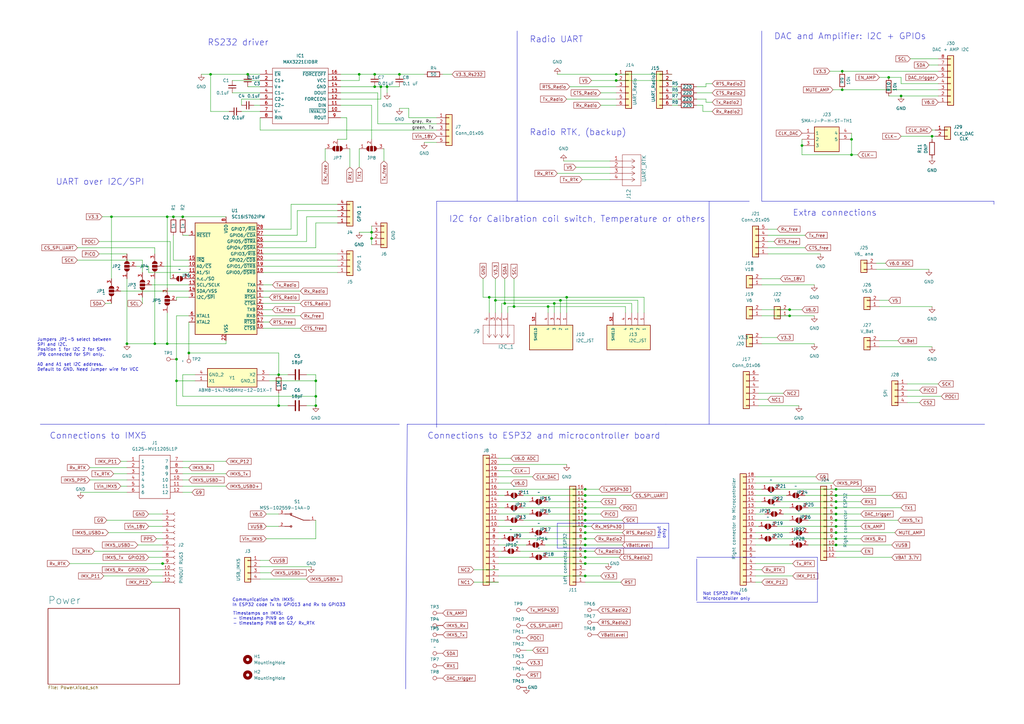
<source format=kicad_sch>
(kicad_sch (version 20231120) (generator "eeschema") (generator_version "8.0")
  (paper "A3")
  (title_block (title "LASSITOS power + connections") (date "2023-02-26") (rev "V1") (company "by Achille Capelli"))
  (junction (at 77.47 144.78))
  (junction (at 342.9 208.28))
  (junction (at 114.3 166.37))
  (junction (at 240.03 205.74))
  (junction (at 71.12 88.9))
  (junction (at 153.67 35.56))
  (junction (at 342.9 203.2))
  (junction (at 153.67 30.48))
  (junction (at 342.9 223.52))
  (junction (at 240.03 218.44))
  (junction (at 156.21 35.56))
  (junction (at 74.93 88.9))
  (junction (at 240.03 226.06))
  (junction (at 240.03 203.2))
  (junction (at 342.9 215.9))
  (junction (at 72.39 156.21))
  (junction (at 342.9 205.74))
  (junction (at 342.9 200.66))
  (junction (at 152.4 97.79))
  (junction (at 342.9 218.44))
  (junction (at 345.44 29.21))
  (junction (at 203.2 123.19))
  (junction (at 152.4 95.25))
  (junction (at 240.03 213.36))
  (junction (at 323.85 129.54))
  (junction (at 240.03 220.98))
  (junction (at 240.03 223.52))
  (junction (at 68.58 140.97))
  (junction (at 86.36 30.48))
  (junction (at 328.93 59.69))
  (junction (at 129.54 156.21))
  (junction (at 227.33 124.46))
  (junction (at 240.03 215.9))
  (junction (at 342.9 210.82))
  (junction (at 349.25 57.15))
  (junction (at 66.675 231.14))
  (junction (at 252.73 30.48))
  (junction (at 200.66 121.92))
  (junction (at 207.01 124.46))
  (junction (at 342.9 220.98))
  (junction (at 232.41 121.92))
  (junction (at 68.58 88.9))
  (junction (at 72.39 147.32))
  (junction (at 45.72 88.9))
  (junction (at 240.03 200.66))
  (junction (at 147.32 30.48))
  (junction (at 240.03 236.22))
  (junction (at 240.03 228.6))
  (junction (at 129.54 166.37))
  (junction (at 158.75 35.56))
  (junction (at 323.85 127))
  (junction (at 224.79 125.73))
  (junction (at 349.25 63.5))
  (junction (at 240.03 231.14))
  (junction (at 240.03 208.28))
  (junction (at 252.73 33.02))
  (junction (at 101.6 30.48))
  (junction (at 382.27 55.88))
  (junction (at 210.82 125.73))
  (junction (at 63.5 140.97))
  (junction (at 240.03 210.82))
  (junction (at 342.9 213.36))
  (junction (at 345.44 36.83))
  (junction (at 129.54 162.56))
  (junction (at 163.83 30.48))
  (junction (at 369.57 39.37))
  (junction (at 229.87 123.19))
  (junction (at 364.49 31.75))
  (junction (at 114.3 153.67))
  (junction (at 52.07 140.97))
  (wire (pts (xy 173.99 58.42) (xy 179.07 58.42)))
  (wire (pts (xy 341.63 36.83) (xy 345.44 36.83)))
  (wire (pts (xy 123.19 124.46) (xy 107.95 124.46)))
  (wire (pts (xy 74.93 189.23) (xy 92.71 189.23)))
  (wire (pts (xy 106.68 53.34) (xy 179.07 53.34)))
  (wire (pts (xy 328.93 63.5) (xy 349.25 63.5)))
  (wire (pts (xy 106.68 234.95) (xy 111.125 234.95)))
  (wire (pts (xy 259.08 124.46) (xy 259.08 128.27)))
  (wire (pts (xy 224.79 210.82) (xy 240.03 210.82)))
  (wire (pts (xy 60.96 228.6) (xy 66.675 228.6)))
  (wire (pts (xy 123.19 129.54) (xy 107.95 129.54)))
  (wire (pts (xy 205.74 128.27) (xy 205.74 124.46)))
  (wire (pts (xy 224.79 218.44) (xy 240.03 218.44)))
  (wire (pts (xy 204.47 223.52) (xy 215.9 223.52)))
  (wire (pts (xy 309.88 233.68) (xy 312.42 233.68)))
  (wire (pts (xy 359.41 107.95) (xy 363.22 107.95)))
  (wire (pts (xy 72.39 156.21) (xy 72.39 166.37)))
  (wire (pts (xy 147.32 30.48) (xy 153.67 30.48)))
  (wire (pts (xy 36.83 191.77) (xy 52.07 191.77)))
  (wire (pts (xy 342.9 223.52) (xy 365.76 223.52)))
  (wire (pts (xy 382.27 55.88) (xy 382.27 57.15)))
  (wire (pts (xy 369.57 39.37) (xy 384.81 39.37)))
  (wire (pts (xy 309.88 200.66) (xy 312.42 200.66)))
  (wire (pts (xy 204.47 231.14) (xy 240.03 231.14)))
  (wire (pts (xy 204.47 213.36) (xy 207.01 213.36)))
  (wire (pts (xy 213.36 226.06) (xy 240.03 226.06)))
  (wire (pts (xy 214.63 208.28) (xy 240.03 208.28)))
  (wire (pts (xy 198.12 121.92) (xy 200.66 121.92)))
  (wire (pts (xy 312.42 116.84) (xy 334.01 116.84)))
  (wire (pts (xy 309.88 203.2) (xy 322.58 203.2)))
  (wire (pts (xy 46.609 194.31) (xy 52.07 194.31)))
  (wire (pts (xy 109.22 210.82) (xy 114.3 210.82)))
  (wire (pts (xy 71.12 88.9) (xy 74.93 88.9)))
  (wire (pts (xy 342.9 218.44) (xy 367.03 218.44)))
  (wire (pts (xy 203.2 128.27) (xy 203.2 123.19)))
  (wire (pts (xy 224.79 228.6) (xy 240.03 228.6)))
  (wire (pts (xy 207.01 114.3) (xy 207.01 124.46)))
  (wire (pts (xy 158.75 38.1) (xy 158.75 35.56)))
  (wire (pts (xy 67.31 109.22) (xy 77.47 109.22)))
  (wire (pts (xy 41.91 88.9) (xy 45.72 88.9)))
  (wire (pts (xy 204.47 200.66) (xy 240.03 200.66)))
  (wire (pts (xy 382.27 53.34) (xy 383.54 53.34)))
  (wire (pts (xy 213.36 220.98) (xy 240.03 220.98)))
  (wire (pts (xy 240.03 213.36) (xy 255.27 213.36)))
  (wire (pts (xy 194.31 238.76) (xy 204.47 238.76)))
  (polyline (pts (xy 228.6 224.79) (xy 232.41 224.79)))
  (wire (pts (xy 208.28 125.73) (xy 210.82 125.73)))
  (wire (pts (xy 318.77 220.98) (xy 342.9 220.98)))
  (wire (pts (xy 331.47 218.44) (xy 342.9 218.44)))
  (wire (pts (xy 60.96 111.76) (xy 60.96 109.22)))
  (wire (pts (xy 246.38 38.1) (xy 252.73 38.1)))
  (wire (pts (xy 342.9 208.28) (xy 369.57 208.28)))
  (polyline (pts (xy 274.32 214.63) (xy 228.6 214.63)))
  (wire (pts (xy 107.95 104.14) (xy 138.43 104.14)))
  (wire (pts (xy 381 26.67) (xy 384.81 26.67)))
  (wire (pts (xy 139.7 30.48) (xy 147.32 30.48)))
  (wire (pts (xy 107.95 109.22) (xy 138.43 109.22)))
  (wire (pts (xy 349.25 54.61) (xy 349.25 57.15)))
  (wire (pts (xy 204.47 203.2) (xy 207.01 203.2)))
  (wire (pts (xy 309.88 220.98) (xy 311.15 220.98)))
  (wire (pts (xy 72.39 156.21) (xy 80.01 156.21)))
  (wire (pts (xy 152.4 95.25) (xy 152.4 97.79)))
  (wire (pts (xy 52.07 114.3) (xy 52.07 140.97)))
  (wire (pts (xy 74.93 199.39) (xy 92.71 199.39)))
  (wire (pts (xy 227.33 124.46) (xy 227.33 128.27)))
  (wire (pts (xy 153.67 30.48) (xy 163.83 30.48)))
  (wire (pts (xy 208.28 128.27) (xy 208.28 125.73)))
  (wire (pts (xy 125.73 88.9) (xy 138.43 88.9)))
  (wire (pts (xy 204.47 215.9) (xy 240.03 215.9)))
  (wire (pts (xy 224.79 205.74) (xy 240.03 205.74)))
  (wire (pts (xy 123.19 134.62) (xy 107.95 134.62)))
  (wire (pts (xy 142.24 48.26) (xy 142.24 57.15)))
  (wire (pts (xy 119.38 83.82) (xy 119.38 93.98)))
  (wire (pts (xy 321.31 210.82) (xy 342.9 210.82)))
  (wire (pts (xy 110.49 121.92) (xy 107.95 121.92)))
  (wire (pts (xy 167.64 48.26) (xy 179.07 48.26)))
  (wire (pts (xy 49.53 119.38) (xy 77.47 119.38)))
  (wire (pts (xy 74.93 196.85) (xy 77.47 196.85)))
  (wire (pts (xy 68.58 140.97) (xy 92.71 140.97)))
  (wire (pts (xy 154.94 38.1) (xy 139.7 38.1)))
  (wire (pts (xy 252.73 30.48) (xy 275.59 30.48)))
  (wire (pts (xy 119.38 93.98) (xy 107.95 93.98)))
  (wire (pts (xy 125.73 166.37) (xy 129.54 166.37)))
  (polyline (pts (xy 179.07 82.55) (xy 212.09 82.55)))
  (wire (pts (xy 58.42 124.46) (xy 58.42 121.92)))
  (wire (pts (xy 292.1 45.72) (xy 288.29 45.72)))
  (wire (pts (xy 139.7 33.02) (xy 147.32 33.02)))
  (wire (pts (xy 204.47 198.12) (xy 209.55 198.12)))
  (wire (pts (xy 99.06 40.64) (xy 99.06 43.18)))
  (wire (pts (xy 56.515 223.52) (xy 66.675 223.52)))
  (wire (pts (xy 204.47 226.06) (xy 205.74 226.06)))
  (wire (pts (xy 240.03 220.98) (xy 243.84 220.98)))
  (wire (pts (xy 92.71 140.97) (xy 92.71 139.7)))
  (wire (pts (xy 106.68 237.49) (xy 125.73 237.49)))
  (wire (pts (xy 63.5 140.97) (xy 68.58 140.97)))
  (wire (pts (xy 74.93 153.67) (xy 74.93 162.56)))
  (wire (pts (xy 240.03 208.28) (xy 254 208.28)))
  (wire (pts (xy 28.575 231.14) (xy 66.675 231.14)))
  (wire (pts (xy 31.75 106.68) (xy 58.42 106.68)))
  (wire (pts (xy 152.4 92.71) (xy 152.4 95.25)))
  (wire (pts (xy 359.41 110.49) (xy 381 110.49)))
  (wire (pts (xy 215.9 266.7) (xy 218.44 266.7)))
  (wire (pts (xy 309.88 215.9) (xy 311.15 215.9)))
  (wire (pts (xy 95.25 38.1) (xy 106.68 38.1)))
  (wire (pts (xy 80.01 153.67) (xy 74.93 153.67)))
  (polyline (pts (xy 179.07 173.99) (xy 179.07 175.26)))
  (wire (pts (xy 147.32 33.02) (xy 147.32 30.48)))
  (wire (pts (xy 351.79 63.5) (xy 349.25 63.5)))
  (wire (pts (xy 232.41 190.5) (xy 204.47 190.5)))
  (wire (pts (xy 236.22 68.58) (xy 250.19 68.58)))
  (wire (pts (xy 318.77 215.9) (xy 342.9 215.9)))
  (wire (pts (xy 45.72 88.9) (xy 45.72 114.3)))
  (wire (pts (xy 200.66 121.92) (xy 232.41 121.92)))
  (wire (pts (xy 45.72 88.9) (xy 68.58 88.9)))
  (polyline (pts (xy 335.28 228.6) (xy 335.28 247.015)))
  (wire (pts (xy 107.95 96.52) (xy 121.92 96.52)))
  (wire (pts (xy 111.76 127) (xy 107.95 127)))
  (wire (pts (xy 60.96 210.82) (xy 66.675 210.82)))
  (wire (pts (xy 289.56 35.56) (xy 285.75 35.56)))
  (polyline (pts (xy 228.6 214.63) (xy 228.6 224.79)))
  (wire (pts (xy 52.07 140.97) (xy 63.5 140.97)))
  (wire (pts (xy 278.13 40.64) (xy 275.59 40.64)))
  (wire (pts (xy 138.43 83.82) (xy 119.38 83.82)))
  (wire (pts (xy 252.73 33.02) (xy 275.59 33.02)))
  (polyline (pts (xy 212.09 82.55) (xy 307.34 82.55)))
  (wire (pts (xy 224.79 125.73) (xy 256.54 125.73)))
  (wire (pts (xy 278.13 35.56) (xy 275.59 35.56)))
  (wire (pts (xy 309.88 218.44) (xy 323.85 218.44)))
  (wire (pts (xy 278.13 38.1) (xy 275.59 38.1)))
  (wire (pts (xy 328.93 57.15) (xy 328.93 59.69)))
  (polyline (pts (xy 407.67 82.55) (xy 407.67 83.82)))
  (polyline (pts (xy 290.83 82.55) (xy 290.83 173.99)))
  (wire (pts (xy 229.87 123.19) (xy 261.62 123.19)))
  (wire (pts (xy 342.9 213.36) (xy 368.3 213.36)))
  (wire (pts (xy 68.58 88.9) (xy 71.12 88.9)))
  (wire (pts (xy 77.47 132.08) (xy 77.47 144.78)))
  (wire (pts (xy 44.45 218.44) (xy 66.675 218.44)))
  (wire (pts (xy 214.63 213.36) (xy 240.03 213.36)))
  (wire (pts (xy 107.95 111.76) (xy 138.43 111.76)))
  (polyline (pts (xy 232.41 224.79) (xy 274.32 224.79)))
  (wire (pts (xy 261.62 123.19) (xy 261.62 128.27)))
  (wire (pts (xy 321.31 161.29) (xy 311.15 161.29)))
  (wire (pts (xy 314.96 99.06) (xy 317.5 99.06)))
  (wire (pts (xy 156.21 35.56) (xy 158.75 35.56)))
  (wire (pts (xy 129.54 213.36) (xy 129.54 220.98)))
  (wire (pts (xy 63.5 104.14) (xy 63.5 101.6)))
  (wire (pts (xy 204.47 218.44) (xy 217.17 218.44)))
  (wire (pts (xy 129.54 156.21) (xy 129.54 162.56)))
  (wire (pts (xy 143.51 60.96) (xy 143.51 68.58)))
  (wire (pts (xy 129.54 162.56) (xy 129.54 166.37)))
  (wire (pts (xy 154.94 50.8) (xy 154.94 38.1)))
  (wire (pts (xy 123.19 119.38) (xy 107.95 119.38)))
  (wire (pts (xy 214.63 203.2) (xy 240.03 203.2)))
  (wire (pts (xy 40.64 104.14) (xy 52.07 104.14)))
  (wire (pts (xy 110.49 156.21) (xy 129.54 156.21)))
  (wire (pts (xy 139.7 35.56) (xy 153.67 35.56)))
  (wire (pts (xy 110.49 229.87) (xy 106.68 229.87)))
  (wire (pts (xy 309.88 236.22) (xy 325.12 236.22)))
  (wire (pts (xy 311.15 166.37) (xy 327.66 166.37)))
  (wire (pts (xy 345.44 29.21) (xy 384.81 29.21)))
  (wire (pts (xy 104.14 43.18) (xy 106.68 43.18)))
  (wire (pts (xy 289.56 34.29) (xy 292.1 34.29)))
  (wire (pts (xy 152.4 43.18) (xy 139.7 43.18)))
  (wire (pts (xy 68.58 128.27) (xy 68.58 140.97)))
  (wire (pts (xy 77.47 144.78) (xy 114.3 144.78)))
  (polyline (pts (xy 274.32 224.79) (xy 274.32 214.63)))
  (wire (pts (xy 240.03 226.06) (xy 243.84 226.06)))
  (wire (pts (xy 204.47 220.98) (xy 205.74 220.98)))
  (wire (pts (xy 360.68 123.19) (xy 364.49 123.19)))
  (wire (pts (xy 204.47 236.22) (xy 240.03 236.22)))
  (wire (pts (xy 331.47 223.52) (xy 342.9 223.52)))
  (polyline (pts (xy 273.05 173.99) (xy 403.86 173.99)))
  (wire (pts (xy 77.47 121.92) (xy 72.39 121.92)))
  (wire (pts (xy 204.47 208.28) (xy 207.01 208.28)))
  (wire (pts (xy 228.6 71.12) (xy 250.19 71.12)))
  (wire (pts (xy 64.135 220.98) (xy 66.675 220.98)))
  (wire (pts (xy 240.03 236.22) (xy 246.38 236.22)))
  (wire (pts (xy 106.68 40.64) (xy 99.06 40.64)))
  (wire (pts (xy 152.4 97.79) (xy 152.4 100.33)))
  (wire (pts (xy 204.47 205.74) (xy 217.17 205.74)))
  (wire (pts (xy 364.49 39.37) (xy 369.57 39.37)))
  (wire (pts (xy 227.33 124.46) (xy 259.08 124.46)))
  (wire (pts (xy 68.58 88.9) (xy 68.58 118.11)))
  (wire (pts (xy 71.12 96.52) (xy 71.12 106.68)))
  (wire (pts (xy 314.96 93.98) (xy 318.77 93.98)))
  (wire (pts (xy 72.39 129.54) (xy 72.39 147.32)))
  (polyline (pts (xy 16.51 173.99) (xy 163.83 173.99)))
  (wire (pts (xy 99.06 45.72) (xy 106.68 45.72)))
  (wire (pts (xy 342.9 228.6) (xy 365.76 228.6)))
  (wire (pts (xy 372.11 165.1) (xy 377.19 165.1)))
  (wire (pts (xy 114.3 144.78) (xy 114.3 153.67)))
  (wire (pts (xy 232.41 40.64) (xy 252.73 40.64)))
  (wire (pts (xy 55.88 109.22) (xy 60.96 109.22)))
  (wire (pts (xy 106.68 53.34) (xy 106.68 48.26)))
  (wire (pts (xy 229.87 123.19) (xy 229.87 128.27)))
  (wire (pts (xy 369.57 31.75) (xy 369.57 34.29)))
  (wire (pts (xy 163.83 44.45) (xy 167.64 44.45)))
  (wire (pts (xy 62.23 116.84) (xy 77.47 116.84)))
  (wire (pts (xy 101.6 35.56) (xy 106.68 35.56)))
  (wire (pts (xy 256.54 125.73) (xy 256.54 128.27)))
  (wire (pts (xy 309.88 208.28) (xy 323.85 208.28)))
  (wire (pts (xy 72.39 121.92) (xy 72.39 123.19)))
  (wire (pts (xy 312.42 140.97) (xy 334.01 140.97)))
  (wire (pts (xy 240.03 238.76) (xy 254.635 238.76)))
  (wire (pts (xy 74.93 191.77) (xy 77.47 191.77)))
  (wire (pts (xy 147.32 60.96) (xy 147.32 68.58)))
  (wire (pts (xy 382.27 55.88) (xy 383.54 55.88)))
  (wire (pts (xy 129.54 91.44) (xy 138.43 91.44)))
  (wire (pts (xy 232.41 121.92) (xy 264.16 121.92)))
  (wire (pts (xy 242.57 33.02) (xy 252.73 33.02)))
  (wire (pts (xy 289.56 40.64) (xy 285.75 40.64)))
  (wire (pts (xy 240.03 210.82) (xy 246.38 210.82)))
  (wire (pts (xy 292.1 38.1) (xy 285.75 38.1)))
  (wire (pts (xy 360.68 142.24) (xy 382.27 142.24)))
  (wire (pts (xy 60.96 215.9) (xy 66.675 215.9)))
  (polyline (pts (xy 312.42 82.55) (xy 407.67 82.55)))
  (wire (pts (xy 153.67 35.56) (xy 156.21 35.56)))
  (wire (pts (xy 240.03 231.14) (xy 249.555 231.14)))
  (wire (pts (xy 320.04 205.74) (xy 342.9 205.74)))
  (wire (pts (xy 118.11 166.37) (xy 114.3 166.37)))
  (wire (pts (xy 369.57 55.88) (xy 382.27 55.88)))
  (wire (pts (xy 185.42 30.48) (xy 181.61 30.48)))
  (polyline (pts (xy 285.75 229.235) (xy 285.75 246.38)))
  (wire (pts (xy 360.68 139.7) (xy 368.3 139.7)))
  (wire (pts (xy 232.41 121.92) (xy 232.41 128.27)))
  (wire (pts (xy 238.76 73.66) (xy 250.19 73.66)))
  (wire (pts (xy 309.88 205.74) (xy 312.42 205.74)))
  (wire (pts (xy 323.85 129.54) (xy 334.01 129.54)))
  (wire (pts (xy 31.75 101.6) (xy 63.5 101.6)))
  (wire (pts (xy 86.36 30.48) (xy 101.6 30.48)))
  (wire (pts (xy 309.88 213.36) (xy 323.85 213.36)))
  (wire (pts (xy 204.47 228.6) (xy 217.17 228.6)))
  (wire (pts (xy 109.22 215.9) (xy 114.3 215.9)))
  (wire (pts (xy 240.03 223.52) (xy 255.27 223.52)))
  (wire (pts (xy 43.18 124.46) (xy 45.72 124.46)))
  (wire (pts (xy 311.15 163.83) (xy 314.96 163.83)))
  (wire (pts (xy 63.5 114.3) (xy 63.5 140.97)))
  (wire (pts (xy 342.9 215.9) (xy 353.06 215.9)))
  (wire (pts (xy 345.44 36.83) (xy 384.81 36.83)))
  (wire (pts (xy 95.25 33.02) (xy 106.68 33.02)))
  (wire (pts (xy 231.14 66.04) (xy 250.19 66.04)))
  (wire (pts (xy 330.2 101.6) (xy 314.96 101.6)))
  (wire (pts (xy 373.38 24.13) (xy 384.81 24.13)))
  (wire (pts (xy 240.03 215.9) (xy 242.57 215.9)))
  (wire (pts (xy 246.38 43.18) (xy 252.73 43.18)))
  (wire (pts (xy 349.25 57.15) (xy 349.25 63.5)))
  (wire (pts (xy 38.735 226.06) (xy 66.675 226.06)))
  (wire (pts (xy 210.82 114.3) (xy 210.82 125.73)))
  (polyline (pts (xy 285.75 247.015) (xy 335.28 247.015)))
  (wire (pts (xy 204.47 210.82) (xy 217.17 210.82)))
  (wire (pts (xy 33.02 201.93) (xy 52.07 201.93)))
  (wire (pts (xy 111.76 116.84) (xy 107.95 116.84)))
  (wire (pts (xy 364.49 31.75) (xy 369.57 31.75)))
  (wire (pts (xy 309.88 210.82) (xy 313.69 210.82)))
  (wire (pts (xy 288.29 45.72) (xy 288.29 43.18)))
  (wire (pts (xy 147.32 95.25) (xy 152.4 95.25)))
  (wire (pts (xy 331.47 208.28) (xy 342.9 208.28)))
  (wire (pts (xy 203.2 123.19) (xy 229.87 123.19)))
  (wire (pts (xy 233.68 35.56) (xy 252.73 35.56)))
  (wire (pts (xy 314.96 104.14) (xy 336.55 104.14)))
  (wire (pts (xy 129.54 101.6) (xy 129.54 91.44)))
  (wire (pts (xy 289.56 41.91) (xy 289.56 40.64)))
  (wire (pts (xy 342.9 220.98) (xy 353.06 220.98)))
  (wire (pts (xy 129.54 153.67) (xy 129.54 156.21)))
  (polyline (pts (xy 312.42 12.7) (xy 312.42 82.55)))
  (wire (pts (xy 312.42 114.3) (xy 320.04 114.3)))
  (wire (pts (xy 114.3 153.67) (xy 110.49 153.67)))
  (wire (pts (xy 309.88 195.58) (xy 334.645 195.58)))
  (wire (pts (xy 127.635 232.41) (xy 106.68 232.41)))
  (wire (pts (xy 125.73 153.67) (xy 129.54 153.67)))
  (wire (pts (xy 142.24 48.26) (xy 139.7 48.26)))
  (wire (pts (xy 101.6 30.48) (xy 106.68 30.48)))
  (polyline (pts (xy 335.28 228.6) (xy 285.75 228.6)))
  (wire (pts (xy 372.11 162.56) (xy 386.08 162.56)))
  (wire (pts (xy 154.94 50.8) (xy 179.07 50.8)))
  (wire (pts (xy 121.92 96.52) (xy 121.92 86.36)))
  (wire (pts (xy 240.03 228.6) (xy 254 228.6)))
  (wire (pts (xy 278.13 43.18) (xy 275.59 43.18)))
  (wire (pts (xy 264.16 121.92) (xy 264.16 128.27)))
  (wire (pts (xy 72.39 147.32) (xy 72.39 156.21)))
  (wire (pts (xy 158.75 35.56) (xy 163.83 35.56)))
  (wire (pts (xy 204.47 195.58) (xy 218.44 195.58)))
  (wire (pts (xy 77.47 129.54) (xy 72.39 129.54)))
  (wire (pts (xy 328.93 59.69) (xy 328.93 63.5)))
  (wire (pts (xy 372.11 157.48) (xy 384.81 157.48)))
  (wire (pts (xy 157.48 60.96) (xy 157.48 66.04)))
  (wire (pts (xy 342.9 200.66) (xy 353.06 200.66)))
  (wire (pts (xy 114.3 161.29) (xy 114.3 166.37)))
  (wire (pts (xy 360.68 31.75) (xy 364.49 31.75)))
  (wire (pts (xy 200.66 121.92) (xy 200.66 128.27)))
  (wire (pts (xy 240.03 205.74) (xy 246.38 205.74)))
  (wire (pts (xy 74.93 96.52) (xy 77.47 96.52)))
  (wire (pts (xy 77.47 111.76) (xy 60.96 111.76)))
  (wire (pts (xy 372.11 160.02) (xy 377.19 160.02)))
  (wire (pts (xy 69.85 99.06) (xy 69.85 114.3)))
  (wire (pts (xy 209.55 187.96) (xy 204.47 187.96)))
  (wire (pts (xy 121.92 86.36) (xy 138.43 86.36)))
  (wire (pts (xy 40.64 99.06) (xy 69.85 99.06)))
  (wire (pts (xy 49.53 199.39) (xy 52.07 199.39)))
  (wire (pts (xy 309.88 223.52) (xy 323.85 223.52)))
  (wire (pts (xy 60.96 233.68) (xy 66.675 233.68)))
  (wire (pts (xy 224.79 125.73) (xy 224.79 128.27)))
  (wire (pts (xy 71.12 106.68) (xy 77.47 106.68)))
  (wire (pts (xy 74.93 162.56) (xy 129.54 162.56)))
  (wire (pts (xy 42.545 236.22) (xy 66.675 236.22)))
  (wire (pts (xy 204.47 193.04) (xy 209.55 193.04)))
  (wire (pts (xy 66.675 238.76) (xy 62.23 238.76)))
  (polyline (pts (xy 179.07 82.55) (xy 179.07 173.99)))
  (wire (pts (xy 167.64 44.45) (xy 167.64 48.26)))
  (wire (pts (xy 207.01 124.46) (xy 227.33 124.46)))
  (polyline (pts (xy 166.37 282.575) (xy 167.005 173.99)))
  (wire (pts (xy 288.29 43.18) (xy 285.75 43.18)))
  (wire (pts (xy 205.74 124.46) (xy 207.01 124.46)))
  (wire (pts (xy 203.2 114.3) (xy 203.2 123.19)))
  (wire (pts (xy 107.95 101.6) (xy 129.54 101.6)))
  (wire (pts (xy 330.2 203.2) (xy 342.9 203.2)))
  (wire (pts (xy 139.7 40.64) (xy 156.21 40.64)))
  (wire (pts (xy 240.03 218.44) (xy 255.27 218.44)))
  (wire (pts (xy 320.04 200.66) (xy 342.9 200.66)))
  (wire (pts (xy 323.85 127) (xy 328.93 127)))
  (wire (pts (xy 86.36 30.48) (xy 86.36 45.72)))
  (wire (pts (xy 74.93 88.9) (xy 92.71 88.9)))
  (wire (pts (xy 309.88 231.14) (xy 325.12 231.14)))
  (wire (pts (xy 138.43 57.15) (xy 142.24 57.15)))
  (wire (pts (xy 110.49 132.08) (xy 107.95 132.08)))
  (wire (pts (xy 210.82 125.73) (xy 224.79 125.73)))
  (wire (pts (xy 240.03 200.66) (xy 245.745 200.66)))
  (polyline (pts (xy 212.09 12.7) (xy 212.09 82.55)))
  (wire (pts (xy 369.57 34.29) (xy 384.81 34.29)))
  (wire (pts (xy 118.11 153.67) (xy 114.3 153.67)))
  (wire (pts (xy 360.68 125.73) (xy 382.27 125.73)))
  (wire (pts (xy 156.21 40.64) (xy 156.21 35.56)))
  (wire (pts (xy 67.31 231.14) (xy 66.675 231.14)))
  (wire (pts (xy 194.31 233.68) (xy 204.47 233.68)))
  (wire (pts (xy 133.35 60.96) (xy 133.35 66.04)))
  (wire (pts (xy 107.95 99.06) (xy 125.73 99.06)))
  (wire (pts (xy 292.1 41.91) (xy 289.56 41.91)))
  (wire (pts (xy 312.42 127) (xy 323.85 127)))
  (wire (pts (xy 58.42 111.76) (xy 58.42 106.68)))
  (wire (pts (xy 342.9 203.2) (xy 365.76 203.2)))
  (wire (pts (xy 309.88 198.12) (xy 341.63 198.12)))
  (wire (pts (xy 86.36 45.72) (xy 93.98 45.72)))
  (wire (pts (xy 312.42 238.76) (xy 309.88 238.76)))
  (wire (pts (xy 289.56 34.29) (xy 289.56 35.56)))
  (wire (pts (xy 49.53 189.23) (xy 52.07 189.23)))
  (wire (pts (xy 82.55 30.48) (xy 86.36 30.48)))
  (wire (pts (xy 152.4 43.18) (xy 152.4 57.15)))
  (wire (pts (xy 72.39 166.37) (xy 114.3 166.37)))
  (polyline (pts (xy 167.005 173.99) (xy 273.05 173.99)))
  (wire (pts (xy 342.9 226.06) (xy 353.06 226.06)))
  (wire (pts (xy 173.99 30.48) (xy 163.83 30.48)))
  (wire (pts (xy 223.52 223.52) (xy 240.03 223.52)))
  (wire (pts (xy 340.36 29.21) (xy 345.44 29.21)))
  (wire (pts (xy 107.95 106.68) (xy 138.43 106.68)))
  (wire (pts (xy 228.6 30.48) (xy 252.73 30.48)))
  (wire (pts (xy 330.2 96.52) (xy 314.96 96.52)))
  (wire (pts (xy 331.47 213.36) (xy 342.9 213.36)))
  (wire (pts (xy 43.815 213.36) (xy 66.675 213.36)))
  (wire (pts (xy 109.22 220.98) (xy 129.54 220.98)))
  (wire (pts (xy 312.42 129.54) (xy 323.85 129.54)))
  (wire (pts (xy 74.93 201.93) (xy 78.74 201.93)))
  (wire (pts (xy 342.9 210.82) (xy 353.06 210.82)))
  (wire (pts (xy 74.93 194.31) (xy 92.71 194.31)))
  (wire (pts (xy 125.73 99.06) (xy 125.73 88.9)))
  (wire (pts (xy 312.42 138.43) (xy 318.77 138.43)))
  (wire (pts (xy 198.12 114.3) (xy 198.12 121.92)))
  (wire (pts (xy 36.83 196.85) (xy 52.07 196.85)))
  (wire (pts (xy 240.03 203.2) (xy 259.08 203.2)))
  (wire (pts (xy 342.9 205.74) (xy 353.06 205.74)))
  (text "Radio RTK, (backup)" (at 217.17 55.88 0) (effects (font (size 2.54 2.54)) (justify left bottom)))
  (text "Extra connections" (at 325.12 88.9 0) (effects (font (size 2.54 2.54)) (justify left bottom)))
  (text "I2C for Calibration coil switch, Temperature or others" (at 184.15 91.44 0) (effects (font (size 2.54 2.54)) (justify left bottom)))
  (text "Radio UART" (at 217.17 17.78 0) (effects (font (size 2.54 2.54)) (justify left bottom)))
  (text "Jumpers JP1-5 select between \nSPI and I2C. \nPosition 1 for I2C 2 for SPI.\nJP6 connected for SPI only.\n\nA0 and A1 set I2C address. \nDefault to GND. Need Jumper wire for VCC" (at 15.24 152.4 0) (effects (font (size 1.27 1.27)) (justify left bottom)))
  (text "Timestamps on IMX5:\n- timestamp PIN9 on G9 \n- timestamp PIN8 on G2/ Rx_RTK " (at 95.504 256.54 0) (effects (font (size 1.27 1.27)) (justify left bottom)))
  (text "DAC and Amplifier: I2C + GPIOs" (at 317.5 16.51 0) (effects (font (size 2.54 2.54)) (justify left bottom)))
  (text "Not ESP32 PINs\nMicrocontroller only" (at 288.29 246.38 0) (effects (font (size 1.27 1.27)) (justify left bottom)))
  (text "Connections to ESP32 and microcontroller board" (at 175.26 180.34 0) (effects (font (size 2.54 2.54)) (justify left bottom)))
  (text "Connections to IMX5" (at 20.32 180.34 0) (effects (font (size 2.54 2.54)) (justify left bottom)))
  (text "RS232 driver" (at 85.09 19.05 0) (effects (font (size 2.54 2.54)) (justify left bottom)))
  (text "Input \nonly" (at 273.05 220.98 90) (effects (font (size 1.27 1.27)) (justify left bottom)))
  (text "Communication with IMX5:\nIn ESP32 code Tx to GPIO13 and Rx to GPIO33" (at 95.25 248.92 0) (effects (font (size 1.27 1.27)) (justify left bottom)))
  (text "UART over I2C/SPI" (at 22.86 76.2 0) (effects (font (size 2.54 2.54)) (justify left bottom)))
  (label "gray, Rx" (at 168.91 50.8 0))
  (label "green, Tx" (at 168.91 53.34 0))
  (global_label "IMX5_USBD-" (shape input) (at 77.47 196.85 0) (property "Intersheetrefs" "${INTERSHEET_REFS}" (effects (hide yes))))
  (global_label "GND" (shape input) (at 60.96 210.82 180) (property "Intersheetrefs" "${INTERSHEET_REFS}" (effects (hide yes))))
  (global_label "IMX5_USBD+" (shape input) (at 44.45 218.44 180) (property "Intersheetrefs" "${INTERSHEET_REFS}" (effects (hide yes))))
  (global_label "Rx_Radio2" (shape input) (at 292.1 45.72 0) (property "Intersheetrefs" "${INTERSHEET_REFS}" (effects (hide yes))))
  (global_label "CTS_free" (shape input) (at 123.19 134.62 0) (property "Intersheetrefs" "${INTERSHEET_REFS}" (effects (hide yes))))
  (global_label "SCK" (shape input) (at 31.75 106.68 180) (property "Intersheetrefs" "${INTERSHEET_REFS}" (effects (hide yes))))
  (global_label "CS2" (shape input) (at 377.19 165.1 0) (property "Intersheetrefs" "${INTERSHEET_REFS}" (effects (hide yes))))
  (global_label "Tx_RTK" (shape input) (at 325.12 231.14 0) (property "Intersheetrefs" "${INTERSHEET_REFS}" (effects (hide yes))))
  (global_label "IMX5_PPS" (shape input) (at 341.63 198.12 0) (property "Intersheetrefs" "${INTERSHEET_REFS}" (effects (hide yes))))
  (global_label "CTS_Radio" (shape input) (at 123.19 124.46 0) (property "Intersheetrefs" "${INTERSHEET_REFS}" (effects (hide yes))))
  (global_label "Tx_RTK" (shape input) (at 46.609 194.31 180) (property "Intersheetrefs" "${INTERSHEET_REFS}" (effects (hide yes))))
  (global_label "CTS_Radio2" (shape input) (at 292.1 38.1 0) (property "Intersheetrefs" "${INTERSHEET_REFS}" (effects (hide yes))))
  (global_label "IMX5_USBD-" (shape input) (at 56.515 223.52 180) (property "Intersheetrefs" "${INTERSHEET_REFS}" (effects (hide yes))))
  (global_label "SDA" (shape input) (at 353.06 200.66 0) (property "Intersheetrefs" "${INTERSHEET_REFS}" (effects (hide yes))))
  (global_label "Vin_18V" (shape input) (at 179.07 55.88 180) (property "Intersheetrefs" "${INTERSHEET_REFS}" (effects (hide yes))))
  (global_label "Rx_free" (shape input) (at 133.35 66.04 270) (property "Intersheetrefs" "${INTERSHEET_REFS}" (effects (hide yes))))
  (global_label "RTS_Radio2" (shape input) (at 292.1 34.29 0) (property "Intersheetrefs" "${INTERSHEET_REFS}" (effects (hide yes))))
  (global_label "Tx_free" (shape input) (at 111.76 127 0) (property "Intersheetrefs" "${INTERSHEET_REFS}" (effects (hide yes))))
  (global_label "NC1" (shape input) (at 314.96 163.83 0) (property "Intersheetrefs" "${INTERSHEET_REFS}" (effects (hide yes))))
  (global_label "V3.3" (shape input) (at 215.9 271.78 0) (property "Intersheetrefs" "${INTERSHEET_REFS}" (effects (hide yes))))
  (global_label "Rx_Radio2" (shape input) (at 243.84 220.98 0) (property "Intersheetrefs" "${INTERSHEET_REFS}" (effects (hide yes))))
  (global_label "CS_SPI_UART" (shape input) (at 215.9 256.54 0) (property "Intersheetrefs" "${INTERSHEET_REFS}" (effects (hide yes))))
  (global_label "DAC_trigger" (shape input) (at 181.61 278.13 0) (property "Intersheetrefs" "${INTERSHEET_REFS}" (effects (hide yes))))
  (global_label "IMX5_Rx" (shape input) (at 77.47 191.77 0) (property "Intersheetrefs" "${INTERSHEET_REFS}" (effects (hide yes))))
  (global_label "Vin_IMX5" (shape input) (at 109.22 220.98 180) (property "Intersheetrefs" "${INTERSHEET_REFS}" (effects (hide yes))))
  (global_label "SDA" (shape input) (at 207.01 114.3 90) (property "Intersheetrefs" "${INTERSHEET_REFS}" (effects (hide yes))))
  (global_label "RX1" (shape input) (at 143.51 68.58 270) (property "Intersheetrefs" "${INTERSHEET_REFS}" (effects (hide yes))))
  (global_label "V6.0" (shape input) (at 209.55 198.12 0) (property "Intersheetrefs" "${INTERSHEET_REFS}" (effects (hide yes))))
  (global_label "VUSB" (shape input) (at 110.49 229.87 0) (property "Intersheetrefs" "${INTERSHEET_REFS}" (effects (hide yes))))
  (global_label "CS2" (shape input) (at 246.38 205.74 0) (property "Intersheetrefs" "${INTERSHEET_REFS}" (effects (hide yes))))
  (global_label "RTS_Radio2" (shape input) (at 255.27 218.44 0) (property "Intersheetrefs" "${INTERSHEET_REFS}" (effects (hide yes))))
  (global_label "SCK" (shape input) (at 255.27 213.36 0) (property "Intersheetrefs" "${INTERSHEET_REFS}" (effects (hide yes))))
  (global_label "V3.3" (shape input) (at 246.38 236.22 0) (property "Intersheetrefs" "${INTERSHEET_REFS}" (effects (hide yes))))
  (global_label "IMX5_Tx" (shape input) (at 181.61 260.35 0) (property "Intersheetrefs" "${INTERSHEET_REFS}" (effects (hide yes))))
  (global_label "G9" (shape input) (at 43.815 213.36 180) (property "Intersheetrefs" "${INTERSHEET_REFS}" (effects (hide yes))))
  (global_label "POCI" (shape input) (at 215.9 261.62 0) (property "Intersheetrefs" "${INTERSHEET_REFS}" (effects (hide yes))))
  (global_label "SCK" (shape input) (at 384.81 157.48 0) (property "Intersheetrefs" "${INTERSHEET_REFS}" (effects (hide yes))))
  (global_label "CTS_Radio" (shape input) (at 246.38 38.1 180) (property "Intersheetrefs" "${INTERSHEET_REFS}" (effects (hide yes))))
  (global_label "SCL" (shape input) (at 373.38 24.13 180) (property "Intersheetrefs" "${INTERSHEET_REFS}" (effects (hide yes))))
  (global_label "VUSB" (shape input) (at 109.22 215.9 180) (property "Intersheetrefs" "${INTERSHEET_REFS}" (effects (hide yes))))
  (global_label "TX1" (shape input) (at 147.32 68.58 270) (property "Intersheetrefs" "${INTERSHEET_REFS}" (effects (hide yes))))
  (global_label "Tx_MSP430" (shape input) (at 245.745 200.66 0) (property "Intersheetrefs" "${INTERSHEET_REFS}" (effects (hide yes))))
  (global_label "VBAT 3.7V" (shape input) (at 365.76 228.6 0) (property "Intersheetrefs" "${INTERSHEET_REFS}" (effects (hide yes))))
  (global_label "Tx_Radio" (shape input) (at 111.76 116.84 0) (property "Intersheetrefs" "${INTERSHEET_REFS}" (effects (hide yes))))
  (global_label "Tx_Radio" (shape input) (at 232.41 40.64 180) (property "Intersheetrefs" "${INTERSHEET_REFS}" (effects (hide yes))))
  (global_label "GND" (shape input) (at 198.12 114.3 90) (property "Intersheetrefs" "${INTERSHEET_REFS}" (effects (hide yes))))
  (global_label "Rx_free" (shape input) (at 318.77 93.98 0) (property "Intersheetrefs" "${INTERSHEET_REFS}" (effects (hide yes))))
  (global_label "EN" (shape input) (at 353.06 226.06 0) (property "Intersheetrefs" "${INTERSHEET_REFS}" (effects (hide yes))))
  (global_label "EN_AMP" (shape input) (at 353.06 215.9 0) (property "Intersheetrefs" "${INTERSHEET_REFS}" (effects (hide yes))))
  (global_label "Vin_18V" (shape input) (at 320.04 114.3 0) (property "Intersheetrefs" "${INTERSHEET_REFS}" (effects (hide yes))))
  (global_label "CLK_DAC" (shape input) (at 328.93 54.61 180) (property "Intersheetrefs" "${INTERSHEET_REFS}" (effects (hide yes))))
  (global_label "CTS_Radio2" (shape input) (at 254 228.6 0) (property "Intersheetrefs" "${INTERSHEET_REFS}" (effects (hide yes))))
  (global_label "RST" (shape input) (at 215.9 276.86 0) (property "Intersheetrefs" "${INTERSHEET_REFS}" (effects (hide yes))))
  (global_label "V_Bat" (shape input) (at 368.3 139.7 0) (property "Intersheetrefs" "${INTERSHEET_REFS}" (effects (hide yes))))
  (global_label "Tx_free" (shape input) (at 330.2 96.52 0) (property "Intersheetrefs" "${INTERSHEET_REFS}" (effects (hide yes))))
  (global_label "IMX_P12" (shape input) (at 62.23 238.76 180) (property "Intersheetrefs" "${INTERSHEET_REFS}" (effects (hide yes))))
  (global_label "RTS_free" (shape input) (at 317.5 99.06 0) (property "Intersheetrefs" "${INTERSHEET_REFS}" (effects (hide yes))))
  (global_label "DAC_trigger" (shape input) (at 384.81 31.75 180) (property "Intersheetrefs" "${INTERSHEET_REFS}" (effects (hide yes))))
  (global_label "MUTE_AMP" (shape input) (at 341.63 36.83 180) (property "Intersheetrefs" "${INTERSHEET_REFS}" (effects (hide yes))))
  (global_label "Tx_MSP430" (shape input) (at 215.9 250.19 0) (property "Intersheetrefs" "${INTERSHEET_REFS}" (effects (hide yes))))
  (global_label "IMX5_Tx" (shape input) (at 368.3 213.36 0) (property "Intersheetrefs" "${INTERSHEET_REFS}" (effects (hide yes))))
  (global_label "VUSB" (shape input) (at 365.76 223.52 0) (property "Intersheetrefs" "${INTERSHEET_REFS}" (effects (hide yes))))
  (global_label "RX1" (shape input) (at 353.06 205.74 0) (property "Intersheetrefs" "${INTERSHEET_REFS}" (effects (hide yes))))
  (global_label "Tx_RTK" (shape input) (at 38.735 226.06 180) (property "Intersheetrefs" "${INTERSHEET_REFS}" (effects (hide yes))))
  (global_label "V5" (shape input) (at 364.49 123.19 0) (property "Intersheetrefs" "${INTERSHEET_REFS}" (effects (hide yes))))
  (global_label "IMX5_Tx  GPIO25" (shape input) (at 60.96 228.6 180) (property "Intersheetrefs" "${INTERSHEET_REFS}" (effects (hide yes))))
  (global_label "IMX_P11" (shape input) (at 325.12 236.22 0) (property "Intersheetrefs" "${INTERSHEET_REFS}" (effects (hide yes))))
  (global_label "CLK_DAC" (shape input) (at 382.27 53.34 180) (property "Intersheetrefs" "${INTERSHEET_REFS}" (effects (hide yes))))
  (global_label "CLK-" (shape input) (at 369.57 55.88 180) (property "Intersheetrefs" "${INTERSHEET_REFS}" (effects (hide yes))))
  (global_label "CS_SPI_UART" (shape input) (at 259.08 203.2 0) (property "Intersheetrefs" "${INTERSHEET_REFS}" (effects (hide yes))))
  (global_label "POCI" (shape input) (at 386.08 162.56 0) (property "Intersheetrefs" "${INTERSHEET_REFS}" (effects (hide yes))))
  (global_label "SDA" (shape input) (at 381 26.67 180) (property "Intersheetrefs" "${INTERSHEET_REFS}" (effects (hide yes))))
  (global_label "Rx_MSP430" (shape input) (at 242.57 215.9 0) (property "Intersheetrefs" "${INTERSHEET_REFS}" (effects (hide yes))))
  (global_label "IMX5_USBD-" (shape input) (at 111.125 234.95 0) (property "Intersheetrefs" "${INTERSHEET_REFS}" (effects (hide yes))))
  (global_label "CTS_Radio2" (shape input) (at 245.11 250.19 0) (property "Intersheetrefs" "${INTERSHEET_REFS}" (effects (hide yes))))
  (global_label "V5" (shape input) (at 236.22 68.58 180) (property "Intersheetrefs" "${INTERSHEET_REFS}" (effects (hide yes))))
  (global_label "IMX5_PPS" (shape input) (at 36.83 196.85 180) (property "Intersheetrefs" "${INTERSHEET_REFS}" (effects (hide yes))))
  (global_label "V3.3" (shape input) (at 41.91 88.9 180) (property "Intersheetrefs" "${INTERSHEET_REFS}" (effects (hide yes))))
  (global_label "SCK" (shape input) (at 218.44 266.7 0) (property "Intersheetrefs" "${INTERSHEET_REFS}" (effects (hide yes))))
  (global_label "Rx_Radio" (shape input) (at 246.38 43.18 180) (property "Intersheetrefs" "${INTERSHEET_REFS}" (effects (hide yes))))
  (global_label "DAC_trigger" (shape input) (at 353.06 210.82 0) (property "Intersheetrefs" "${INTERSHEET_REFS}" (effects (hide yes))))
  (global_label "G9" (shape input) (at 334.645 195.58 0) (property "Intersheetrefs" "${INTERSHEET_REFS}" (effects (hide yes))))
  (global_label "Rx_RTK" (shape input) (at 36.83 191.77 180) (property "Intersheetrefs" "${INTERSHEET_REFS}" (effects (hide yes))))
  (global_label "POCI" (shape input) (at 40.64 99.06 180) (property "Intersheetrefs" "${INTERSHEET_REFS}" (effects (hide yes))))
  (global_label "V6.0" (shape input) (at 384.81 41.91 180) (property "Intersheetrefs" "${INTERSHEET_REFS}" (effects (hide yes))))
  (global_label "CLK-" (shape input) (at 209.55 193.04 0) (property "Intersheetrefs" "${INTERSHEET_REFS}" (effects (hide yes))))
  (global_label "SCL" (shape input) (at 58.42 124.46 180) (property "Intersheetrefs" "${INTERSHEET_REFS}" (effects (hide yes))))
  (global_label "NC1" (shape input) (at 194.31 238.76 180) (property "Intersheetrefs" "${INTERSHEET_REFS}" (effects (hide yes))))
  (global_label "V6.0" (shape input) (at 109.22 210.82 180) (property "Intersheetrefs" "${INTERSHEET_REFS}" (effects (hide yes))))
  (global_label "IMX5_Rx  GPIO26" (shape input) (at 60.96 233.68 180) (property "Intersheetrefs" "${INTERSHEET_REFS}" (effects (hide yes))))
  (global_label "IMX_P12" (shape input) (at 92.71 189.23 0) (property "Intersheetrefs" "${INTERSHEET_REFS}" (effects (hide yes))))
  (global_label "V3.3_Rs232" (shape input) (at 185.42 30.48 0) (property "Intersheetrefs" "${INTERSHEET_REFS}" (effects (hide yes))))
  (global_label "VBattLevel" (shape input) (at 245.11 260.35 0) (property "Intersheetrefs" "${INTERSHEET_REFS}" (effects (hide yes))))
  (global_label "Rx_free" (shape input) (at 123.19 129.54 0) (property "Intersheetrefs" "${INTERSHEET_REFS}" (effects (hide yes))))
  (global_label "PICO" (shape input) (at 246.38 210.82 0) (property "Intersheetrefs" "${INTERSHEET_REFS}" (effects (hide yes))))
  (global_label "VBattLevel" (shape input) (at 255.27 223.52 0) (property "Intersheetrefs" "${INTERSHEET_REFS}" (effects (hide yes))))
  (global_label "Rx_Radio" (shape input) (at 123.19 119.38 0) (property "Intersheetrefs" "${INTERSHEET_REFS}" (effects (hide yes))))
  (global_label "V3.3" (shape input) (at 340.36 29.21 180) (property "Intersheetrefs" "${INTERSHEET_REFS}" (effects (hide yes))))
  (global_label "RST" (shape input) (at 254.635 238.76 0) (property "Intersheetrefs" "${INTERSHEET_REFS}" (effects (hide yes))))
  (global_label "CTS_free" (shape input) (at 330.2 101.6 0) (property "Intersheetrefs" "${INTERSHEET_REFS}" (effects (hide yes))))
  (global_label "RTS_Radio2" (shape input) (at 245.11 255.27 0) (property "Intersheetrefs" "${INTERSHEET_REFS}" (effects (hide yes))))
  (global_label "IMX_P12" (shape input) (at 312.42 238.76 0) (property "Intersheetrefs" "${INTERSHEET_REFS}" (effects (hide yes))))
  (global_label "SCL" (shape input) (at 210.82 114.3 90) (property "Intersheetrefs" "${INTERSHEET_REFS}" (effects (hide yes))))
  (global_label "PICO" (shape input) (at 40.64 104.14 180) (property "Intersheetrefs" "${INTERSHEET_REFS}" (effects (hide yes))))
  (global_label "IMX5_Tx" (shape input) (at 92.71 194.31 0) (property "Intersheetrefs" "${INTERSHEET_REFS}" (effects (hide yes))))
  (global_label "Tx_RTK" (shape input) (at 238.76 73.66 180) (property "Intersheetrefs" "${INTERSHEET_REFS}" (effects (hide yes))))
  (global_label "V6.0" (shape input) (at 328.93 127 0) (property "Intersheetrefs" "${INTERSHEET_REFS}" (effects (hide yes))))
  (global_label "V6.0 ADC" (shape input) (at 209.55 187.96 0) (property "Intersheetrefs" "${INTERSHEET_REFS}" (effects (hide yes))))
  (global_label "Tx_Radio2" (shape input) (at 292.1 41.91 0) (property "Intersheetrefs" "${INTERSHEET_REFS}" (effects (hide yes))))
  (global_label "Tx_free" (shape input) (at 157.48 66.04 270) (property "Intersheetrefs" "${INTERSHEET_REFS}" (effects (hide yes))))
  (global_label "IMX5_Rx" (shape input) (at 181.61 256.54 0) (property "Intersheetrefs" "${INTERSHEET_REFS}" (effects (hide yes))))
  (global_label "IMX5_USBD+" (shape input) (at 125.73 237.49 0) (property "Intersheetrefs" "${INTERSHEET_REFS}" (effects (hide yes))))
  (global_label "CLK-" (shape input) (at 351.79 63.5 0) (property "Intersheetrefs" "${INTERSHEET_REFS}" (effects (hide yes))))
  (global_label "IMX_P11" (shape input) (at 49.53 189.23 180) (property "Intersheetrefs" "${INTERSHEET_REFS}" (effects (hide yes))))
  (global_label "SDA" (shape input) (at 43.18 124.46 180) (property "Intersheetrefs" "${INTERSHEET_REFS}" (effects (hide yes))))
  (global_label "SCL" (shape input) (at 365.76 203.2 0) (property "Intersheetrefs" "${INTERSHEET_REFS}" (effects (hide yes))))
  (global_label "MUTE_AMP" (shape input) (at 367.03 218.44 0) (property "Intersheetrefs" "${INTERSHEET_REFS}" (effects (hide yes))))
  (global_label "RTS_Radio" (shape input) (at 233.68 35.56 180) (property "Intersheetrefs" "${INTERSHEET_REFS}" (effects (hide yes))))
  (global_label "IMX5_Rx" (shape input) (at 353.06 220.98 0) (property "Intersheetrefs" "${INTERSHEET_REFS}" (effects (hide yes))))
  (global_label "EN_AMP" (shape input) (at 181.61 251.46 0) (property "Intersheetrefs" "${INTERSHEET_REFS}" (effects (hide yes))))
  (global_label "Rx_RTK" (shape input) (at 312.42 233.68 0) (property "Intersheetrefs" "${INTERSHEET_REFS}" (effects (hide yes))))
  (global_label "POCI" (shape input) (at 254 208.28 0) (property "Intersheetrefs" "${INTERSHEET_REFS}" (effects (hide yes))))
  (global_label "Vin_IMX5" (shape input) (at 49.53 199.39 180) (property "Intersheetrefs" "${INTERSHEET_REFS}" (effects (hide yes))))
  (global_label "NC2" (shape input) (at 194.31 233.68 180) (property "Intersheetrefs" "${INTERSHEET_REFS}" (effects (hide yes))))
  (global_label "EN_AMP" (shape input) (at 360.68 31.75 180) (property "Intersheetrefs" "${INTERSHEET_REFS}" (effects (hide yes))))
  (global_label "CLK_DAC" (shape input) (at 218.44 195.58 0) (property "Intersheetrefs" "${INTERSHEET_REFS}" (effects (hide yes))))
  (global_label "Vin_18V" (shape input) (at 60.96 215.9 180) (property "Intersheetrefs" "${INTERSHEET_REFS}" (effects (hide yes))))
  (global_label "V6.0 ADC" (shape input) (at 363.22 107.95 0) (property "Intersheetrefs" "${INTERSHEET_REFS}" (effects (hide yes))))
  (global_label "SDA" (shape input) (at 181.61 267.97 0) (property "Intersheetrefs" "${INTERSHEET_REFS}" (effects (hide yes))))
  (global_label "NC2" (shape input) (at 321.31 161.29 0) (property "Intersheetrefs" "${INTERSHEET_REFS}" (effects (hide yes))))
  (global_label "Rx_RTK" (shape input) (at 228.6 71.12 180) (property "Intersheetrefs" "${INTERSHEET_REFS}" (effects (hide yes))))
  (global_label "V3.3" (shape input) (at 203.2 114.3 90) (property "Intersheetrefs" "${INTERSHEET_REFS}" (effects (hide yes))))
  (global_label "TX1" (shape input) (at 369.57 208.28 0) (property "Intersheetrefs" "${INTERSHEET_REFS}" (effects (hide yes))))
  (global_label "V5" (shape input) (at 242.57 33.02 180) (property "Intersheetrefs" "${INTERSHEET_REFS}" (effects (hide yes))))
  (global_label "RTS_free" (shape input) (at 110.49 132.08 0) (property "Intersheetrefs" "${INTERSHEET_REFS}" (effects (hide yes))))
  (global_label "Rx_RTK" (shape input) (at 28.575 231.14 180) (property "Intersheetrefs" "${INTERSHEET_REFS}" (effects (hide yes))))
  (global_label "PPS" (shape input) (at 64.135 220.98 180) (property "Intersheetrefs" "${INTERSHEET_REFS}" (effects (hide yes))))
  (global_label "V3.3" (shape input) (at 318.77 138.43 0) (property "Intersheetrefs" "${INTERSHEET_REFS}" (effects (hide yes))))
  (global_label "PICO" (shape input) (at 377.19 160.02 0) (property "Intersheetrefs" "${INTERSHEET_REFS}" (effects (hide yes))))
  (global_label "RTS_Radio" (shape input) (at 110.49 121.92 0) (property "Intersheetrefs" "${INTERSHEET_REFS}" (effects (hide yes))))
  (global_label "Tx_Radio2" (shape input) (at 243.84 226.06 0) (property "Intersheetrefs" "${INTERSHEET_REFS}" (effects (hide yes))))
  (global_label "CS_SPI_UART" (shape input) (at 31.75 101.6 180) (property "Intersheetrefs" "${INTERSHEET_REFS}" (effects (hide yes))))
  (global_label "RX1" (shape input) (at 181.61 273.05 0) (property "Intersheetrefs" "${INTERSHEET_REFS}" (effects (hide yes))))
  (global_label "IMX5_USBD+" (shape input) (at 92.71 199.39 0) (property "Intersheetrefs" "${INTERSHEET_REFS}" (effects (hide yes))))
  (global_label "IMX_P11" (shape input) (at 42.545 236.22 180) (property "Intersheetrefs" "${INTERSHEET_REFS}" (effects (hide yes))))
  (global_label "G9" (shape input) (at 78.74 201.93 0) (property "Intersheetrefs" "${INTERSHEET_REFS}" (effects (hide yes))))
  (symbol (lib_id "Connector_Generic:Conn_01x16") (at 234.95 220.98 180) (unit 1)
    (property "Reference" "J11" (at 234.95 241.935 0))
    (property "Value" "Left connector ESP32" (at 231.775 229.235 90))
    (property "Footprint" "Connector_PinSocket_2.54mm:PinSocket_1x16_P2.54mm_Vertical" (effects (hide yes)))
  )
  (symbol (lib_id "power:GND") (at 381 110.49 0) (unit 1)
    (property "Reference" "#PWR021" (effects (hide yes)))
    (property "Value" "GND" (at 381 115.57 0))
  )
  (symbol (lib_id "Jumper:SolderJumper_3_Open") (at 45.72 119.38 90) (unit 1)
    (property "Reference" "JP1" (at 43.18 119.38 90) (effects (justify left)))
    (property "Value" "~" (at 43.18 120.65 90) (effects (justify left)))
    (property "Footprint" "Jumper:SolderJumper-3_P2.0mm_Open_TrianglePad1.0x1.5mm_NumberLabels" (effects (hide yes)))
  )
  (symbol (lib_id "power:GND") (at 232.41 190.5 0) (unit 1)
    (property "Reference" "#PWR013" (effects (hide yes)))
    (property "Value" "GND" (at 232.41 195.58 0))
  )
  (symbol (lib_id "Interface_UART:SC16IS762IPW") (at 92.71 114.3 0) (unit 1)
    (property "Reference" "U1" (at 94.9041 86.36 0) (effects (justify left)))
    (property "Value" "SC16IS762IPW" (at 94.9041 88.9 0) (effects (justify left)))
    (property "Footprint" "Package_SO:TSSOP-28_4.4x9.7mm_P0.65mm" (effects (hide yes)))
    (property "Datasheet" "https://www.nxp.com/docs/en/data-sheet/SC16IS752_SC16IS762.pdf" (effects (hide yes)))
  )
  (symbol (lib_id "Connector:TestPoint") (at 181.61 267.97 90) (unit 1)
    (property "Reference" "TP6" (at 178.308 262.89 90))
    (property "Value" "~" (at 178.308 265.43 90))
    (property "Footprint" "TestPoint:TestPoint_THTPad_D1.0mm_Drill0.5mm" (effects (hide yes)))
  )
  (symbol (lib_id "Jumper:SolderJumper_2_Open") (at 316.23 205.74 0) (unit 1)
    (property "Reference" "JP22" (at 318.77 204.47 0))
    (property "Value" "~" (at 316.23 201.93 0))
    (property "Footprint" "Jumper:SolderJumper-2_P1.3mm_Open_TrianglePad1.0x1.5mm" (effects (hide yes)))
  )
  (symbol (lib_id "Connector_Generic:Conn_01x04") (at 367.03 160.02 0) (mirror y) (unit 1)
    (property "Reference" "J28" (at 367.03 153.67 0))
    (property "Value" "SPI" (at 363.22 161.29 90))
    (property "Footprint" "Connector_PinHeader_2.54mm:PinHeader_1x04_P2.54mm_Vertical" (effects (hide yes)))
  )
  (symbol (lib_id "BM04B-SRSS-TB_LF__SN_:BM04B-SRSS-TB(LF)(SN)") (at 224.79 138.43 270) (unit 1)
    (property "Reference" "J10" (at 236.22 137.1599 90) (effects (justify left)))
    (property "Value" "I2C_JST" (at 236.22 139.6999 90) (effects (justify left)))
    (property "Footprint" "library_components:CONN_BM04B-SRSS-TB(LF)(SN)" (effects (hide yes)))
    (property "MANUFACTURER" "JST" (effects (hide yes)))
    (property "PARTREV" "N/A" (effects (hide yes)))
    (property "STANDARD" "Manufacturer Recommendations" (effects (hide yes)))
  )
  (symbol (lib_id "Device:R") (at 114.3 157.48 180) (unit 1)
    (property "Reference" "R3" (at 116.84 158.75 90))
    (property "Value" "1M" (at 114.3 157.48 90))
    (property "Footprint" "Resistor_SMD:R_0603_1608Metric" (effects (hide yes)))
  )
  (symbol (lib_id "power:GND") (at 369.57 39.37 0) (unit 1)
    (property "Reference" "#PWR020" (effects (hide yes)))
    (property "Value" "GND" (at 369.57 44.45 0))
  )
  (symbol (lib_id "Device:C_Small") (at 101.6 43.18 90) (unit 1)
    (property "Reference" "C4" (at 99.06 39.37 90))
    (property "Value" "0.1uF" (at 104.14 39.37 90))
    (property "Footprint" "Capacitor_SMD:C_0603_1608Metric" (effects (hide yes)))
  )
  (symbol (lib_id "Jumper:SolderJumper_2_Open") (at 210.82 203.2 0) (unit 1)
    (property "Reference" "JP11" (at 214.63 201.93 0))
    (property "Value" "~" (at 210.82 199.39 0))
    (property "Footprint" "Jumper:SolderJumper-2_P1.3mm_Open_TrianglePad1.0x1.5mm" (effects (hide yes)))
  )
  (symbol (lib_id "Device:R") (at 177.8 30.48 90) (unit 1)
    (property "Reference" "R4" (at 177.8 27.94 90))
    (property "Value" "50" (at 177.8 30.48 90))
    (property "Footprint" "Capacitor_SMD:C_0805_2012Metric" (effects (hide yes)))
  )
  (symbol (lib_id "Mechanical:MountingHole") (at 101.6 276.86 0) (unit 1)
    (property "Reference" "H2" (at 104.14 275.5899 0) (effects (justify left)))
    (property "Value" "MountingHole" (at 104.14 278.1299 0) (effects (justify left)))
    (property "Footprint" "MountingHole:MountingHole_2.5mm" (effects (hide yes)))
  )
  (symbol (lib_id "Connector:TestPoint") (at 181.61 256.54 90) (unit 1)
    (property "Reference" "TP4" (at 178.308 254 90))
    (property "Value" "~" (at 178.308 254 90))
    (property "Footprint" "TestPoint:TestPoint_THTPad_D1.0mm_Drill0.5mm" (effects (hide yes)))
  )
  (symbol (lib_id "Jumper:SolderJumper_2_Open") (at 73.66 114.3 0) (unit 1)
    (property "Reference" "JP6" (at 76.2 113.03 0))
    (property "Value" "~" (at 73.66 110.49 0))
    (property "Footprint" "Jumper:SolderJumper-2_P1.3mm_Open_TrianglePad1.0x1.5mm" (effects (hide yes)))
  )
  (symbol (lib_id "Connector:TestPoint") (at 72.39 147.32 90) (unit 1)
    (property "Reference" "TP1" (at 69.088 144.78 90))
    (property "Value" "~" (at 69.088 144.78 90))
    (property "Footprint" "TestPoint:TestPoint_THTPad_D1.0mm_Drill0.5mm" (effects (hide yes)))
  )
  (symbol (lib_id "Device:R") (at 74.93 92.71 180) (unit 1)
    (property "Reference" "R2" (at 74.93 85.09 90))
    (property "Value" "1k" (at 74.93 92.71 90))
    (property "Footprint" "Resistor_SMD:R_0603_1608Metric" (effects (hide yes)))
  )
  (symbol (lib_id "Device:C_Small") (at 96.52 45.72 90) (unit 1)
    (property "Reference" "C2" (at 92.71 48.26 90))
    (property "Value" "0.1uF" (at 97.79 48.26 90))
    (property "Footprint" "Capacitor_SMD:C_0603_1608Metric" (effects (hide yes)))
  )
  (symbol (lib_id "power:GND") (at 336.55 104.14 0) (unit 1)
    (property "Reference" "#PWR019" (effects (hide yes)))
    (property "Value" "GND" (at 336.55 109.22 0))
  )
  (symbol (lib_id "Device:R") (at 382.27 60.96 0) (unit 1)
    (property "Reference" "R11" (at 377.19 60.96 90))
    (property "Value" "DNP" (at 379.73 60.96 90))
    (property "Footprint" "Resistor_SMD:R_0603_1608Metric" (effects (hide yes)))
  )
  (symbol (lib_id "Jumper:SolderJumper_3_Open") (at 52.07 109.22 90) (unit 1)
    (property "Reference" "JP2" (at 49.53 109.22 90) (effects (justify left)))
    (property "Value" "~" (at 49.53 110.49 90) (effects (justify left)))
    (property "Footprint" "Jumper:SolderJumper-3_P2.0mm_Open_TrianglePad1.0x1.5mm_NumberLabels" (effects (hide yes)))
  )
  (symbol (lib_id "Device:C_Small") (at 101.6 33.02 180) (unit 1)
    (property "Reference" "C3" (at 105.41 34.29 0))
    (property "Value" "0.1uF" (at 104.14 31.75 0))
    (property "Footprint" "Capacitor_SMD:C_0603_1608Metric" (effects (hide yes)))
  )
  (symbol (lib_id "Connector_Generic:Conn_01x06") (at 270.51 35.56 0) (mirror y) (unit 1)
    (property "Reference" "J15" (at 270.51 27.94 0) (effects (justify left)))
    (property "Value" "UART_Radio2" (at 267.97 41.91 90) (effects (justify left)))
    (property "Footprint" "Connector_PinHeader_2.54mm:PinHeader_1x06_P2.54mm_Vertical" (effects (hide yes)))
  )
  (symbol (lib_id "Connector_Generic:Conn_01x05") (at 309.88 99.06 180) (unit 1)
    (property "Reference" "J21" (at 309.88 87.63 0))
    (property "Value" "Conn_01x05" (at 309.88 90.17 0))
    (property "Footprint" "Connector_PinHeader_2.54mm:PinHeader_1x05_P2.54mm_Vertical" (effects (hide yes)))
  )
  (symbol (lib_id "Jumper:SolderJumper_2_Open") (at 220.98 228.6 0) (unit 1)
    (property "Reference" "JP18" (at 224.79 227.33 0))
    (property "Value" "~" (at 220.98 224.79 0))
    (property "Footprint" "Jumper:SolderJumper-2_P1.3mm_Open_TrianglePad1.0x1.5mm" (effects (hide yes)))
  )
  (symbol (lib_id "Connector_Generic:Conn_01x02") (at 318.77 129.54 180) (unit 1)
    (property "Reference" "J22" (at 318.77 120.65 0))
    (property "Value" "V6" (at 318.77 123.19 0))
    (property "Footprint" "Connector_PinHeader_2.54mm:PinHeader_1x02_P2.54mm_Vertical" (effects (hide yes)))
  )
  (symbol (lib_id "Connector_Generic:Conn_01x02") (at 355.6 142.24 180) (unit 1)
    (property "Reference" "J27" (at 355.6 133.35 0))
    (property "Value" "V_Bat" (at 355.6 135.89 0))
    (property "Footprint" "Connector_PinHeader_2.54mm:PinHeader_1x02_P2.54mm_Vertical" (effects (hide yes)))
  )
  (symbol (lib_id "power:GND") (at 82.55 30.48 0) (unit 1)
    (property "Reference" "#PWR03" (effects (hide yes)))
    (property "Value" "GND" (at 82.55 35.56 0))
  )
  (symbol (lib_id "Connector:TestPoint") (at 215.9 261.62 90) (unit 1)
    (property "Reference" "TP11" (at 212.598 259.08 90))
    (property "Value" "~" (at 212.598 259.08 90))
    (property "Footprint" "TestPoint:TestPoint_THTPad_D1.0mm_Drill0.5mm" (effects (hide yes)))
  )
  (symbol (lib_id "Device:C") (at 121.92 166.37 270) (unit 1)
    (property "Reference" "C6" (at 121.92 160.02 90))
    (property "Value" "18pF" (at 121.92 162.56 90))
    (property "Footprint" "Capacitor_SMD:C_0603_1608Metric" (effects (hide yes)))
  )
  (symbol (lib_id "Jumper:SolderJumper_2_Open") (at 209.55 220.98 0) (unit 1)
    (property "Reference" "JP9" (at 212.09 219.71 0))
    (property "Value" "~" (at 209.55 217.17 0))
    (property "Footprint" "Jumper:SolderJumper-2_P1.3mm_Open_TrianglePad1.0x1.5mm" (effects (hide yes)))
  )
  (symbol (lib_id "Jumper:SolderJumper_2_Open") (at 327.66 223.52 0) (unit 1)
    (property "Reference" "JP28" (at 327.66 220.98 0))
    (property "Value" "~" (at 327.66 219.71 0))
    (property "Footprint" "Jumper:SolderJumper-2_P1.3mm_Open_TrianglePad1.0x1.5mm" (effects (hide yes)))
  )
  (symbol (lib_id "SamacSys_Parts:ABM8-14.7456MHz-12-D1X-T") (at 80.01 153.67 0) (unit 1)
    (property "Reference" "Y1" (at 95.25 154.94 0))
    (property "Value" "ABM8-14.7456MHz-12-D1X-T" (at 96.52 160.02 0))
    (property "Footprint" "SamacSys_Parts:ABM810000MHZ12D2W" (effects (hide yes)))
    (property "Datasheet" "https://abracon.com/Resonators/abm8.pdf" (effects (hide yes)))
    (property "Height" "0.8" (effects (hide yes)))
    (property "Mouser Part Number" "815-147456MHZ12D1XT" (effects (hide yes)))
    (property "Mouser Price/Stock" "https://www.mouser.co.uk/ProductDetail/ABRACON/ABM8-14.7456MHZ-12-D1X-T?qs=vLWxofP3U2zygXcDnDMfsg%3D%3D" (effects (hide yes)))
    (property "Manufacturer_Name" "ABRACON" (effects (hide yes)))
    (property "Manufacturer_Part_Number" "ABM8-14.7456MHz-12-D1X-T" (effects (hide yes)))
  )
  (symbol (lib_id "power:GND") (at 158.75 38.1 0) (unit 1)
    (property "Reference" "#PWR07" (effects (hide yes)))
    (property "Value" "GND" (at 158.75 43.18 0))
  )
  (symbol (lib_id "Connector_Generic:Conn_01x21") (at 199.39 213.36 180) (unit 1)
    (property "Reference" "J8" (at 199.39 184.785 0))
    (property "Value" "Conn_01x21" (effects (hide yes)))
    (property "Footprint" "Connector_PinHeader_2.54mm:PinHeader_1x21_P2.54mm_Vertical" (effects (hide yes)))
  )
  (symbol (lib_id "Jumper:SolderJumper_3_Open") (at 63.5 109.22 90) (unit 1)
    (property "Reference" "JP4" (at 60.96 109.22 90) (effects (justify left)))
    (property "Value" "~" (at 60.96 110.49 90) (effects (justify left)))
    (property "Footprint" "Jumper:SolderJumper-3_P2.0mm_Open_TrianglePad1.0x1.5mm_NumberLabels" (effects (hide yes)))
  )
  (symbol (lib_id "Connector_Generic:Conn_01x02") (at 307.34 129.54 180) (unit 1)
    (property "Reference" "J19" (at 307.34 120.65 0))
    (property "Value" "V6" (at 307.34 123.19 0))
    (property "Footprint" "Connector_PinHeader_2.54mm:PinHeader_1x02_P2.54mm_Vertical" (effects (hide yes)))
  )
  (symbol (lib_id "Jumper:SolderJumper_2_Open") (at 327.66 218.44 0) (unit 1)
    (property "Reference" "JP27" (at 327.66 217.17 0))
    (property "Value" "~" (at 327.66 214.63 0))
    (property "Footprint" "Jumper:SolderJumper-2_P1.3mm_Open_TrianglePad1.0x1.5mm" (effects (hide yes)))
  )
  (symbol (lib_id "SamacSys_Parts:MAX3221EIDBR") (at 106.68 30.48 0) (unit 1)
    (property "Reference" "IC1" (at 123.19 22.86 0))
    (property "Value" "MAX3221EIDBR" (at 123.19 25.4 0))
    (property "Footprint" "SamacSys_Parts:SOP65P780X200-16N" (effects (hide yes)))
    (property "Datasheet" "http://www.ti.com/lit/gpn/max3221e" (effects (hide yes)))
    (property "Description" "3-V to 5.5-V Single-Channel RS-232 Line Driver/Receiver" (effects (hide yes)))
    (property "Height" "2" (effects (hide yes)))
    (property "Mouser Part Number" "595-MAX3221EIDBR" (effects (hide yes)))
    (property "Mouser Price/Stock" "https://www.mouser.co.uk/ProductDetail/Texas-Instruments/MAX3221EIDBR?qs=2rshWTB%2FmZwaJGs%252BFxz3kw%3D%3D" (effects (hide yes)))
    (property "Manufacturer_Name" "Texas Instruments" (effects (hide yes)))
    (property "Manufacturer_Part_Number" "MAX3221EIDBR" (effects (hide yes)))
  )
  (symbol (lib_id "Jumper:SolderJumper_2_Open") (at 327.66 213.36 0) (unit 1)
    (property "Reference" "JP26" (at 330.2 212.09 0))
    (property "Value" "~" (at 327.66 209.55 0))
    (property "Footprint" "Jumper:SolderJumper-2_P1.3mm_Open_TrianglePad1.0x1.5mm" (effects (hide yes)))
  )
  (symbol (lib_id "Connector:TestPoint") (at 181.61 278.13 90) (unit 1)
    (property "Reference" "TP8" (at 178.308 275.59 90))
    (property "Value" "~" (at 178.308 275.59 90))
    (property "Footprint" "TestPoint:TestPoint_THTPad_D1.0mm_Drill0.5mm" (effects (hide yes)))
  )
  (symbol (lib_id "Device:R") (at 281.94 43.18 90) (unit 1)
    (property "Reference" "R8" (at 276.86 41.91 90))
    (property "Value" "220" (at 281.94 43.18 90))
    (property "Footprint" "Resistor_SMD:R_0603_1608Metric" (effects (hide yes)))
  )
  (symbol (lib_id "Connector_Generic:Conn_01x12") (at 337.82 213.36 0) (mirror y) (unit 1)
    (property "Reference" "J24" (at 338.455 196.85 0))
    (property "Value" "Right connector ESP32" (at 346.71 213.36 90))
    (property "Footprint" "Connector_PinSocket_2.54mm:PinSocket_1x12_P2.54mm_Vertical" (effects (hide yes)))
  )
  (symbol (lib_id "5-104363-3:5-104363-3") (at 250.19 66.04 0) (unit 1)
    (property "Reference" "J12" (at 257.81 77.47 90) (effects (font (size 1.524 1.524)) (justify right)))
    (property "Value" "UART_RTK" (at 264.16 63.5 90) (effects (font (size 1.524 1.524)) (justify right)))
    (property "Footprint" "library_components:5-104363-3" (effects (hide yes)))
  )
  (symbol (lib_id "Connector_Generic:Conn_01x04") (at 143.51 109.22 0) (mirror x) (unit 1)
    (property "Reference" "J5" (at 143.51 115.57 0))
    (property "Value" "GPIO 1" (at 147.32 107.95 90))
    (property "Footprint" "Connector_PinHeader_2.54mm:PinHeader_1x04_P2.54mm_Vertical" (effects (hide yes)))
  )
  (symbol (lib_id "Jumper:SolderJumper_2_Open") (at 220.98 205.74 0) (unit 1)
    (property "Reference" "JP15" (at 223.52 204.47 0))
    (property "Value" "~" (at 220.98 201.93 0))
    (property "Footprint" "Jumper:SolderJumper-2_P1.3mm_Open_TrianglePad1.0x1.5mm" (effects (hide yes)))
  )
  (symbol (lib_id "Connector:TestPoint") (at 181.61 251.46 90) (unit 1)
    (property "Reference" "TP3" (at 178.308 248.92 90))
    (property "Value" "~" (at 178.308 248.92 90))
    (property "Footprint" "TestPoint:TestPoint_THTPad_D1.0mm_Drill0.5mm" (effects (hide yes)))
  )
  (symbol (lib_id "Jumper:SolderJumper_2_Open") (at 314.96 220.98 0) (unit 1)
    (property "Reference" "JP20" (at 318.77 219.71 0))
    (property "Value" "~" (at 314.96 217.17 0))
    (property "Footprint" "Jumper:SolderJumper-2_P1.3mm_Open_TrianglePad1.0x1.5mm" (effects (hide yes)))
  )
  (symbol (lib_id "Jumper:SolderJumper_2_Open") (at 327.66 208.28 0) (unit 1)
    (property "Reference" "JP25" (at 331.47 207.01 0))
    (property "Value" "~" (at 327.66 204.47 0))
    (property "Footprint" "Jumper:SolderJumper-2_P1.3mm_Open_TrianglePad1.0x1.5mm" (effects (hide yes)))
  )
  (symbol (lib_id "Device:C") (at 121.92 153.67 270) (unit 1)
    (property "Reference" "C5" (at 121.92 146.05 90))
    (property "Value" "18pF" (at 121.92 148.59 90))
    (property "Footprint" "Capacitor_SMD:C_0603_1608Metric" (effects (hide yes)))
  )
  (symbol (lib_id "Connector_Generic:Conn_01x18") (at 304.8 218.44 180) (unit 1)
    (property "Reference" "J16" (at 304.8 241.935 0))
    (property "Value" "Right connector to Microcontroller" (at 300.99 212.725 90))
    (property "Footprint" "Connector_PinHeader_2.54mm:PinHeader_1x18_P2.54mm_Vertical" (effects (hide yes)))
  )
  (symbol (lib_id "power:GND") (at 249.555 231.14 0) (unit 1)
    (property "Reference" "#PWR014" (effects (hide yes)))
    (property "Value" "GND" (at 252.095 231.14 0))
  )
  (symbol (lib_id "power:GND") (at 127.635 232.41 0) (mirror y) (unit 1)
    (property "Reference" "#PWR04" (effects (hide yes)))
    (property "Value" "GND" (at 127.635 231.14 0))
  )
  (symbol (lib_id "Jumper:SolderJumper_2_Open") (at 317.5 210.82 0) (unit 1)
    (property "Reference" "JP23" (at 313.69 209.55 0))
    (property "Value" "~" (at 317.5 207.01 0))
    (property "Footprint" "Jumper:SolderJumper-2_P1.3mm_Open_TrianglePad1.0x1.5mm" (effects (hide yes)))
  )
  (symbol (lib_id "Device:R") (at 345.44 33.02 180) (unit 1)
    (property "Reference" "R9" (at 345.44 33.02 90))
    (property "Value" "10k" (at 347.98 33.02 90))
    (property "Footprint" "Resistor_SMD:R_0603_1608Metric" (effects (hide yes)))
  )
  (symbol (lib_id "Connector_Generic:Conn_01x04") (at 157.48 97.79 0) (mirror x) (unit 1)
    (property "Reference" "J6" (at 157.48 104.14 0))
    (property "Value" "GND" (at 161.29 96.52 90))
    (property "Footprint" "Connector_PinHeader_2.54mm:PinHeader_1x04_P2.54mm_Vertical" (effects (hide yes)))
  )
  (symbol (lib_id "Connector:TestPoint") (at 215.9 266.7 90) (unit 1)
    (property "Reference" "TP12" (at 212.598 264.16 90))
    (property "Value" "~" (at 212.598 264.16 90))
    (property "Footprint" "TestPoint:TestPoint_THTPad_D1.0mm_Drill0.5mm" (effects (hide yes)))
  )
  (symbol (lib_id "Connector_Generic:Conn_01x02") (at 307.34 116.84 180) (unit 1)
    (property "Reference" "J18" (at 307.34 107.95 0))
    (property "Value" "V18" (at 307.34 110.49 0))
    (property "Footprint" "Connector_PinHeader_2.54mm:PinHeader_1x02_P2.54mm_Vertical" (effects (hide yes)))
  )
  (symbol (lib_id "Connector_Generic:Conn_01x04") (at 101.6 232.41 0) (mirror y) (unit 1)
    (property "Reference" "J3" (at 101.6 226.06 0))
    (property "Value" "USB_IMX5" (at 97.79 233.68 90))
    (property "Footprint" "Connector_PinHeader_2.54mm:PinHeader_1x04_P2.54mm_Vertical" (effects (hide yes)))
  )
  (symbol (lib_id "Connector_Generic:Conn_01x02") (at 307.34 140.97 180) (unit 1)
    (property "Reference" "J20" (at 303.53 140.97 0))
    (property "Value" "V3.3" (at 304.8 138.43 0))
    (property "Footprint" "Connector_PinHeader_2.54mm:PinHeader_1x02_P2.54mm_Vertical" (effects (hide yes)))
  )
  (symbol (lib_id "Jumper:SolderJumper_3_Open") (at 152.4 60.96 0) (mirror x) (unit 1)
    (property "Reference" "JP8" (at 152.4 64.77 0))
    (property "Value" "~" (at 151.13 63.5 90) (effects (justify left)))
    (property "Footprint" "Jumper:SolderJumper-3_P2.0mm_Open_TrianglePad1.0x1.5mm_NumberLabels" (effects (hide yes)))
  )
  (symbol (lib_id "Connector:TestPoint") (at 181.61 273.05 90) (unit 1)
    (property "Reference" "TP7" (at 178.308 270.51 90))
    (property "Value" "~" (at 178.308 270.51 90))
    (property "Footprint" "TestPoint:TestPoint_THTPad_D1.0mm_Drill0.5mm" (effects (hide yes)))
  )
  (symbol (lib_id "power:GND") (at 382.27 125.73 0) (unit 1)
    (property "Reference" "#PWR023" (effects (hide yes)))
    (property "Value" "GND" (at 382.27 130.81 0))
  )
  (symbol (lib_id "power:GND") (at 327.66 166.37 0) (unit 1)
    (property "Reference" "#PWR015" (effects (hide yes)))
    (property "Value" "GND" (at 327.66 171.45 0))
  )
  (symbol (lib_id "Jumper:SolderJumper_2_Open") (at 316.23 200.66 0) (unit 1)
    (property "Reference" "JP21" (at 320.04 199.39 0))
    (property "Value" "~" (at 316.23 196.85 0))
    (property "Footprint" "Jumper:SolderJumper-2_P1.3mm_Open_TrianglePad1.0x1.5mm" (effects (hide yes)))
  )
  (symbol (lib_id "Connector_Generic:Conn_01x02") (at 355.6 125.73 180) (unit 1)
    (property "Reference" "J26" (at 355.6 116.84 0))
    (property "Value" "V5.0" (at 355.6 119.38 0))
    (property "Footprint" "Connector_PinHeader_2.54mm:PinHeader_1x02_P2.54mm_Vertical" (effects (hide yes)))
  )
  (symbol (lib_id "SamacSys_Parts:G125-MV11205L1P") (at 52.07 189.23 0) (unit 1)
    (property "Reference" "J1" (at 63.5 181.61 0))
    (property "Value" "G125-MV11205L1P" (at 63.5 184.15 0))
    (property "Footprint" "library_components:G125-MV11205L1P" (effects (hide yes)))
    (property "Datasheet" "https://cdn.harwin.com/pdfs/G125-MVXXX05LXP.pdf" (effects (hide yes)))
    (property "Description" "Gecko DIL Male Vertical 3mm Throughboard Connector, Latches for 1.6mm thick PCB, gold, pick &amp; place (cut tape packing), 12 contacts" (effects (hide yes)))
    (property "Height" "6.9" (effects (hide yes)))
    (property "Manufacturer_Name" "Harwin" (effects (hide yes)))
    (property "Manufacturer_Part_Number" "G125-MV11205L1P" (effects (hide yes)))
    (property "Mouser Part Number" "855-G125-MV11205L1P" (effects (hide yes)))
    (property "Mouser Price/Stock" "https://www.mouser.co.uk/ProductDetail/Harwin/G125-MV11205L1P?qs=cdolyCy5tGoJJe3OuqgQqw%3D%3D" (effects (hide yes)))
  )
  (symbol (lib_id "power:GND") (at 334.01 140.97 0) (unit 1)
    (property "Reference" "#PWR018" (effects (hide yes)))
    (property "Value" "GND" (at 334.01 146.05 0))
  )
  (symbol (lib_id "Jumper:SolderJumper_3_Open") (at 68.58 123.19 90) (unit 1)
    (property "Reference" "JP5" (at 66.04 123.19 90) (effects (justify left)))
    (property "Value" "~" (at 66.04 124.46 90) (effects (justify left)))
    (property "Footprint" "Jumper:SolderJumper-3_P2.0mm_Open_TrianglePad1.0x1.5mm_NumberLabels" (effects (hide yes)))
  )
  (symbol (lib_id "Connector_Generic:Conn_01x06") (at 257.81 35.56 0) (unit 1)
    (property "Reference" "J14" (at 256.54 26.67 0) (effects (justify left)))
    (property "Value" "UART_Radio" (at 260.35 43.18 90) (effects (justify left)))
    (property "Footprint" "Connector_PinHeader_2.54mm:PinHeader_1x06_P2.54mm_Vertical" (effects (hide yes)))
  )
  (symbol (lib_id "Jumper:SolderJumper_2_Open") (at 314.96 215.9 0) (unit 1)
    (property "Reference" "JP19" (at 318.77 214.63 0))
    (property "Value" "~" (at 314.96 212.09 0))
    (property "Footprint" "Jumper:SolderJumper-2_P1.3mm_Open_TrianglePad1.0x1.5mm" (effects (hide yes)))
  )
  (symbol (lib_id "power:GND") (at 147.32 95.25 0) (unit 1)
    (property "Reference" "#PWR06" (effects (hide yes)))
    (property "Value" "GND" (at 147.32 100.33 0))
  )
  (symbol (lib_id "Connector_Generic:Conn_01x02") (at 388.62 53.34 0) (unit 1)
    (property "Reference" "J29" (at 391.16 52.07 0) (effects (justify left)))
    (property "Value" "CLK_DAC\nCLK" (at 391.16 55.8799 0) (effects (justify left)))
    (property "Footprint" "Connector_PinHeader_2.54mm:PinHeader_1x02_P2.54mm_Vertical" (effects (hide yes)))
  )
  (symbol (lib_id "Connector_Generic:Conn_01x02") (at 354.33 110.49 180) (unit 1)
    (property "Reference" "J25" (at 354.33 101.6 0))
    (property "Value" "V6_ ana" (at 354.33 104.14 0))
    (property "Footprint" "Connector_PinHeader_2.54mm:PinHeader_1x02_P2.54mm_Vertical" (effects (hide yes)))
  )
  (symbol (lib_id "Connector:TestPoint") (at 181.61 260.35 90) (unit 1)
    (property "Reference" "TP5" (at 178.308 257.81 90))
    (property "Value" "~" (at 178.308 257.81 90))
    (property "Footprint" "TestPoint:TestPoint_THTPad_D1.0mm_Drill0.5mm" (effects (hide yes)))
  )
  (symbol (lib_id "Device:C_Small") (at 95.25 35.56 180) (unit 1)
    (property "Reference" "C1" (at 92.71 33.02 0))
    (property "Value" "0.1uF" (at 91.44 38.1 0))
    (property "Footprint" "Capacitor_SMD:C_0603_1608Metric" (effects (hide yes)))
  )
  (symbol (lib_id "Device:C_Small") (at 163.83 33.02 180) (unit 1)
    (property "Reference" "C8" (at 165.1 31.75 0) (effects (justify right)))
    (property "Value" "0.1 uF" (at 165.1 34.29 0) (effects (justify right)))
    (property "Footprint" "Capacitor_SMD:C_0603_1608Metric" (effects (hide yes)))
  )
  (symbol (lib_id "Device:R") (at 71.12 92.71 180) (unit 1)
    (property "Reference" "R1" (at 71.12 85.09 90))
    (property "Value" "1k" (at 71.12 92.71 90))
    (property "Footprint" "Resistor_SMD:R_0603_1608Metric" (effects (hide yes)))
  )
  (symbol (lib_id "Connector:TestPoint") (at 215.9 256.54 90) (unit 1)
    (property "Reference" "TP10" (at 212.598 254 90))
    (property "Value" "~" (at 212.598 254 90))
    (property "Footprint" "TestPoint:TestPoint_THTPad_D1.0mm_Drill0.5mm" (effects (hide yes)))
  )
  (symbol (lib_id "power:GND") (at 334.01 129.54 0) (unit 1)
    (property "Reference" "#PWR017" (effects (hide yes)))
    (property "Value" "GND" (at 334.01 134.62 0))
  )
  (symbol (lib_id "Connector:TestPoint") (at 245.11 250.19 90) (unit 1)
    (property "Reference" "TP16" (at 241.808 247.65 90))
    (property "Value" "~" (at 241.808 247.65 90))
    (property "Footprint" "TestPoint:TestPoint_THTPad_D1.0mm_Drill0.5mm" (effects (hide yes)))
  )
  (symbol (lib_id "Mechanical:MountingHole") (at 101.6 270.51 0) (unit 1)
    (property "Reference" "H1" (at 104.14 269.2399 0) (effects (justify left)))
    (property "Value" "MountingHole" (at 104.14 271.7799 0) (effects (justify left)))
    (property "Footprint" "MountingHole:MountingHole_2.5mm" (effects (hide yes)))
  )
  (symbol (lib_id "power:GND") (at 33.02 201.93 0) (mirror y) (unit 1)
    (property "Reference" "#PWR01" (effects (hide yes)))
    (property "Value" "GND" (at 33.02 200.66 0))
  )
  (symbol (lib_id "Jumper:SolderJumper_2_Open") (at 209.55 226.06 0) (unit 1)
    (property "Reference" "JP10" (at 209.55 223.52 0))
    (property "Value" "~" (at 212.09 222.25 0))
    (property "Footprint" "Jumper:SolderJumper-2_P1.3mm_Open_TrianglePad1.0x1.5mm" (effects (hide yes)))
  )
  (symbol (lib_id "power:GND") (at 231.14 66.04 0) (mirror x) (unit 1)
    (property "Reference" "#PWR012" (effects (hide yes)))
    (property "Value" "GND" (at 231.14 60.96 0))
  )
  (symbol (lib_id "Device:R") (at 281.94 35.56 90) (unit 1)
    (property "Reference" "R5" (at 276.86 34.29 90))
    (property "Value" "220" (at 281.94 35.56 90))
    (property "Footprint" "Resistor_SMD:R_0603_1608Metric" (effects (hide yes)))
  )
  (symbol (lib_id "Jumper:SolderJumper_2_Open") (at 326.39 203.2 0) (unit 1)
    (property "Reference" "JP24" (at 328.93 201.93 0))
    (property "Value" "~" (at 326.39 199.39 0))
    (property "Footprint" "Jumper:SolderJumper-2_P1.3mm_Open_TrianglePad1.0x1.5mm" (effects (hide yes)))
  )
  (symbol (lib_id "Connector:TestPoint") (at 77.47 144.78 180) (unit 1)
    (property "Reference" "TP2" (at 78.74 147.32 0) (effects (justify right)))
    (property "Value" "~" (at 74.93 148.082 90))
    (property "Footprint" "TestPoint:TestPoint_THTPad_D1.0mm_Drill0.5mm" (effects (hide yes)))
  )
  (symbol (lib_id "Device:R") (at 281.94 38.1 90) (unit 1)
    (property "Reference" "R6" (at 276.86 36.83 90))
    (property "Value" "220" (at 281.94 38.1 90))
    (property "Footprint" "Resistor_SMD:R_0603_1608Metric" (effects (hide yes)))
  )
  (symbol (lib_id "power:GND") (at 129.54 166.37 0) (unit 1)
    (property "Reference" "#PWR05" (effects (hide yes)))
    (property "Value" "GND" (at 129.54 171.45 0))
  )
  (symbol (lib_id "Device:R") (at 281.94 40.64 90) (unit 1)
    (property "Reference" "R7" (at 276.86 39.37 90))
    (property "Value" "220" (at 281.94 40.64 90))
    (property "Footprint" "Resistor_SMD:R_0603_1608Metric" (effects (hide yes)))
  )
  (symbol (lib_id "power:GND") (at 215.9 281.94 0) (unit 1)
    (property "Reference" "#PWR010" (effects (hide yes)))
    (property "Value" "GND" (at 218.44 281.94 0))
  )
  (symbol (lib_id "power:GND") (at 334.01 116.84 0) (unit 1)
    (property "Reference" "#PWR016" (effects (hide yes)))
    (property "Value" "GND" (at 334.01 121.92 0))
  )
  (symbol (lib_id "Device:C_Small") (at 153.67 33.02 180) (unit 1)
    (property "Reference" "C7" (at 154.94 31.75 0) (effects (justify right)))
    (property "Value" "0.01uF" (at 154.94 34.29 0) (effects (justify right)))
    (property "Footprint" "Capacitor_SMD:C_0603_1608Metric" (effects (hide yes)))
  )
  (symbol (lib_id "Jumper:SolderJumper_2_Open") (at 220.98 218.44 0) (unit 1)
    (property "Reference" "JP17" (at 223.52 217.17 0))
    (property "Value" "~" (at 220.98 214.63 0))
    (property "Footprint" "Jumper:SolderJumper-2_P1.3mm_Open_TrianglePad1.0x1.5mm" (effects (hide yes)))
  )
  (symbol (lib_id "Connector:TestPoint") (at 215.9 281.94 90) (unit 1)
    (property "Reference" "TP15" (at 212.598 279.4 90))
    (property "Value" "~" (at 212.598 279.4 90))
    (property "Footprint" "TestPoint:TestPoint_THTPad_D1.0mm_Drill0.5mm" (effects (hide yes)))
  )
  (symbol (lib_id "SamacSys_Parts:SMA-J-P-H-ST-TH1") (at 328.93 54.61 0) (unit 1)
    (property "Reference" "J23" (at 339.09 46.99 0))
    (property "Value" "SMA-J-P-H-ST-TH1" (at 339.09 49.53 0))
    (property "Footprint" "SMAJPHSTTH1" (effects (hide yes)))
    (property "Datasheet" "http://suddendocs.samtec.com/prints/sma-j-p-x-st-th1-mkt.pdf" (effects (hide yes)))
    (property "Height" "9.55" (effects (hide yes)))
    (property "Mouser Part Number" "200-SMAJPHSTTH1" (effects (hide yes)))
    (property "Mouser Price/Stock" "https://www.mouser.co.uk/ProductDetail/Samtec/SMA-J-P-H-ST-TH1?qs=bkXRl3BLxbHdaAB2Qwy6zw%3D%3D" (effects (hide yes)))
    (property "Manufacturer_Name" "SAMTEC" (effects (hide yes)))
    (property "Manufacturer_Part_Number" "SMA-J-P-H-ST-TH1" (effects (hide yes)))
  )
  (symbol (lib_id "Connector:TestPoint") (at 215.9 271.78 90) (unit 1)
    (property "Reference" "TP13" (at 212.598 269.24 90))
    (property "Value" "~" (at 212.598 269.24 90))
    (property "Footprint" "TestPoint:TestPoint_THTPad_D1.0mm_Drill0.5mm" (effects (hide yes)))
  )
  (symbol (lib_id "Jumper:SolderJumper_2_Open") (at 210.82 213.36 0) (unit 1)
    (property "Reference" "JP13" (at 213.36 212.09 0))
    (property "Value" "~" (at 210.82 209.55 0))
    (property "Footprint" "Jumper:SolderJumper-2_P1.3mm_Open_TrianglePad1.0x1.5mm" (effects (hide yes)))
  )
  (symbol (lib_id "power:GND") (at 173.99 58.42 0) (unit 1)
    (property "Reference" "#PWR09" (effects (hide yes)))
    (property "Value" "GND" (at 173.99 62.865 0))
  )
  (symbol (lib_id "Connector:Conn_01x12_Female") (at 71.755 223.52 0) (unit 1)
    (property "Reference" "J2" (at 73.025 223.5199 0) (effects (justify left)))
    (property "Value" "PINOUT RUG3" (at 74.295 239.395 90) (effects (justify left)))
  )
  (symbol (lib_id "power:GND") (at 163.83 44.45 0) (unit 1)
    (property "Reference" "#PWR08" (effects (hide yes)))
    (property "Value" "GND" (at 163.83 48.895 0))
  )
  (symbol (lib_id "Connector_Generic:Conn_01x05") (at 184.15 53.34 0) (unit 1)
    (property "Reference" "J7" (at 186.69 52.07 0) (effects (justify left)))
    (property "Value" "Conn_01x05" (at 186.69 54.61 0) (effects (justify left)))
    (property "Footprint" "Connector_PinHeader_2.54mm:PinHeader_1x05_P2.54mm_Vertical" (effects (hide yes)))
  )
  (symbol (lib_id "Device:R") (at 364.49 35.56 180) (unit 1)
    (property "Reference" "R10" (at 364.49 35.56 90))
    (property "Value" "10k" (at 367.03 35.56 90))
    (property "Footprint" "Resistor_SMD:R_0603_1608Metric" (effects (hide yes)))
  )
  (symbol (lib_id "power:GND") (at 228.6 30.48 0) (mirror x) (unit 1)
    (property "Reference" "#PWR011" (effects (hide yes)))
    (property "Value" "GND" (at 228.6 25.4 0))
  )
  (symbol (lib_id "Jumper:SolderJumper_2_Open") (at 219.71 223.52 0) (unit 1)
    (property "Reference" "JP14" (at 222.25 220.98 0))
    (property "Value" "~" (at 219.71 219.71 0))
    (property "Footprint" "Jumper:SolderJumper-2_P1.3mm_Open_TrianglePad1.0x1.5mm" (effects (hide yes)))
  )
  (symbol (lib_id "power:GND") (at 52.07 140.97 0) (unit 1)
    (property "Reference" "#PWR02" (effects (hide yes)))
    (property "Value" "GND" (at 52.07 146.05 0))
  )
  (symbol (lib_id "power:GND") (at 382.27 142.24 0) (unit 1)
    (property "Reference" "#PWR024" (effects (hide yes)))
    (property "Value" "GND" (at 382.27 147.32 0))
  )
  (symbol (lib_id "Connector_Generic:Conn_01x06") (at 306.07 161.29 180) (unit 1)
    (property "Reference" "J17" (at 306.07 147.32 0))
    (property "Value" "Conn_01x06" (at 306.07 149.86 0))
    (property "Footprint" "Connector_PinHeader_2.54mm:PinHeader_1x06_P2.54mm_Vertical" (effects (hide yes)))
  )
  (symbol (lib_id "Connector:TestPoint") (at 215.9 250.19 90) (unit 1)
    (property "Reference" "TP9" (at 212.598 247.65 90))
    (property "Value" "~" (at 212.598 247.65 90))
    (property "Footprint" "TestPoint:TestPoint_THTPad_D1.0mm_Drill0.5mm" (effects (hide yes)))
  )
  (symbol (lib_id "MSS-102559-14A-D:MSS-102559-14A-D") (at 121.92 213.36 180) (unit 1)
    (property "Reference" "S1" (at 121.92 205.74 0))
    (property "Value" "MSS-102559-14A-D" (at 116.84 208.28 0))
    (property "Footprint" "library_components:SW_MSS-102559-14A-D" (effects (hide yes)))
    (property "STANDARD" "Manufacturer Recommendations" (effects (hide yes)))
    (property "PARTREV" "1.0" (effects (hide yes)))
    (property "MANUFACTURER" "CUI Devices" (effects (hide yes)))
    (property "MAXIMUM_PACKAGE_HEIGHT" "6.5 mm" (effects (hide yes)))
  )
  (symbol (lib_id "power:GND") (at 382.27 64.77 0) (unit 1)
    (property "Reference" "#PWR022" (effects (hide yes)))
    (property "Value" "GND" (at 382.27 69.85 0))
  )
  (symbol (lib_id "Jumper:SolderJumper_2_Open") (at 210.82 208.28 0) (unit 1)
    (property "Reference" "JP12" (at 213.36 207.01 0))
    (property "Value" "~" (at 210.82 204.47 0))
    (property "Footprint" "Jumper:SolderJumper-2_P1.3mm_Open_TrianglePad1.0x1.5mm" (effects (hide yes)))
  )
  (symbol (lib_id "Connector:TestPoint") (at 245.11 255.27 90) (unit 1)
    (property "Reference" "TP17" (at 241.808 252.73 90))
    (property "Value" "~" (at 241.808 252.73 90))
    (property "Footprint" "TestPoint:TestPoint_THTPad_D1.0mm_Drill0.5mm" (effects (hide yes)))
  )
  (symbol (lib_id "Jumper:SolderJumper_3_Open") (at 58.42 116.84 90) (unit 1)
    (property "Reference" "JP3" (at 55.88 116.84 90) (effects (justify left)))
    (property "Value" "~" (at 55.88 118.11 90) (effects (justify left)))
    (property "Footprint" "Jumper:SolderJumper-3_P2.0mm_Open_TrianglePad1.0x1.5mm_NumberLabels" (effects (hide yes)))
  )
  (symbol (lib_id "BM04B-SRSS-TB_LF__SN_:BM04B-SRSS-TB(LF)(SN)") (at 256.54 138.43 270) (unit 1)
    (property "Reference" "J13" (at 257.81 137.16 90) (effects (justify left)))
    (property "Value" "I2C_JST" (at 257.81 139.7 90) (effects (justify left)))
    (property "Footprint" "library_components:CONN_BM04B-SRSS-TB(LF)(SN)" (effects (hide yes)))
    (property "MANUFACTURER" "JST" (effects (hide yes)))
    (property "PARTREV" "N/A" (effects (hide yes)))
    (property "STANDARD" "Manufacturer Recommendations" (effects (hide yes)))
  )
  (symbol (lib_id "Connector_Generic:Conn_01x08") (at 389.89 34.29 0) (mirror x) (unit 1)
    (property "Reference" "J30" (at 389.89 17.78 0))
    (property "Value" "DAC + AMP I2C" (at 389.89 20.32 0))
    (property "Footprint" "Connector_PinHeader_2.54mm:PinHeader_1x08_P2.54mm_Vertical" (effects (hide yes)))
  )
  (symbol (lib_id "5-104363-3:5-104363-3") (at 208.28 128.27 270) (unit 1)
    (property "Reference" "J9" (at 196.85 135.89 90) (effects (font (size 1.524 1.524)) (justify right)))
    (property "Value" "I2C_1" (at 210.82 142.24 90) (effects (font (size 1.524 1.524)) (justify right)))
    (property "Footprint" "library_components:5-104363-3" (effects (hide yes)))
  )
  (symbol (lib_id "Jumper:SolderJumper_3_Open") (at 138.43 60.96 180) (unit 1)
    (property "Reference" "JP7" (at 138.43 64.77 0))
    (property "Value" "~" (at 139.7 63.5 90) (effects (justify left)))
    (property "Footprint" "Jumper:SolderJumper-3_P2.0mm_Open_TrianglePad1.0x1.5mm_NumberLabels" (effects (hide yes)))
  )
  (symbol (lib_id "Connector:TestPoint") (at 245.11 260.35 90) (unit 1)
    (property "Reference" "TP18" (at 241.808 257.81 90))
    (property "Value" "~" (at 241.808 257.81 90))
    (property "Footprint" "TestPoint:TestPoint_THTPad_D1.0mm_Drill0.5mm" (effects (hide yes)))
  )
  (symbol (lib_id "Connector:TestPoint") (at 215.9 276.86 90) (unit 1)
    (property "Reference" "TP14" (at 212.598 274.32 90))
    (property "Value" "~" (at 212.598 274.32 90))
    (property "Footprint" "TestPoint:TestPoint_THTPad_D1.0mm_Drill0.5mm" (effects (hide yes)))
  )
  (symbol (lib_id "Jumper:SolderJumper_2_Open") (at 220.98 210.82 0) (unit 1)
    (property "Reference" "JP16" (at 223.52 209.55 0))
    (property "Value" "~" (at 220.98 207.01 0))
    (property "Footprint" "Jumper:SolderJumper-2_P1.3mm_Open_TrianglePad1.0x1.5mm" (effects (hide yes)))
  )
  (symbol (lib_id "Connector_Generic:Conn_01x04") (at 143.51 88.9 0) (mirror x) (unit 1)
    (property "Reference" "J4" (at 143.51 95.25 0))
    (property "Value" "GPIO 1" (at 147.32 87.63 90))
    (property "Footprint" "Connector_PinHeader_2.54mm:PinHeader_1x04_P2.54mm_Vertical" (effects (hide yes)))
  )
  (sheet (at 19.685 249.555) (size 53.975 31.115) (stroke (width 0.1524))
    (property "Sheetname" "Power" (at 19.685 247.9784 0) (effects (font (size 3 3)) (justify left bottom)))
    (property "Sheetfile" "Power.kicad_sch" (at 19.685 281.2546 0) (effects (justify left top)))
  )
)
</source>
